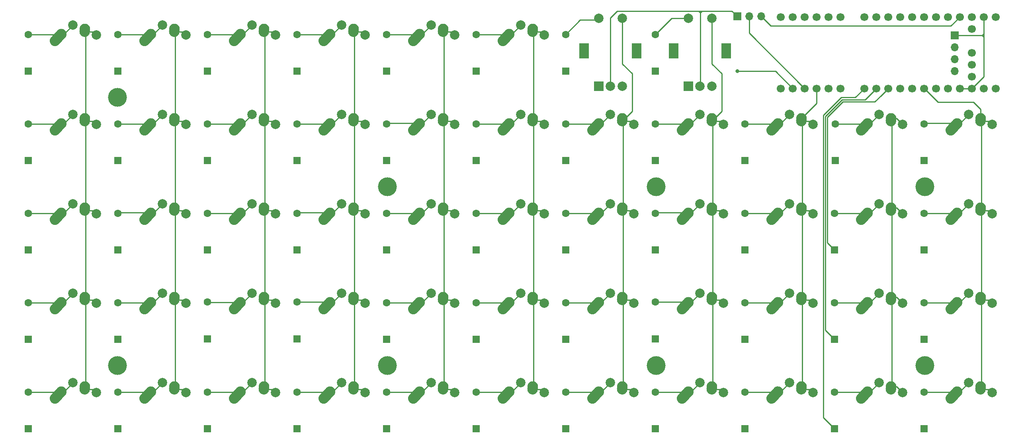
<source format=gbr>
%TF.GenerationSoftware,KiCad,Pcbnew,(5.1.6)-1*%
%TF.CreationDate,2020-06-27T17:36:21-05:00*%
%TF.ProjectId,DTM,44544d2e-6b69-4636-9164-5f7063625858,rev?*%
%TF.SameCoordinates,Original*%
%TF.FileFunction,Copper,L1,Top*%
%TF.FilePolarity,Positive*%
%FSLAX46Y46*%
G04 Gerber Fmt 4.6, Leading zero omitted, Abs format (unit mm)*
G04 Created by KiCad (PCBNEW (5.1.6)-1) date 2020-06-27 17:36:21*
%MOMM*%
%LPD*%
G01*
G04 APERTURE LIST*
%TA.AperFunction,ComponentPad*%
%ADD10C,2.000000*%
%TD*%
%TA.AperFunction,ComponentPad*%
%ADD11C,2.250000*%
%TD*%
%TA.AperFunction,ComponentPad*%
%ADD12C,4.000000*%
%TD*%
%TA.AperFunction,ComponentPad*%
%ADD13C,1.700000*%
%TD*%
%TA.AperFunction,ComponentPad*%
%ADD14O,1.700000X1.700000*%
%TD*%
%TA.AperFunction,ComponentPad*%
%ADD15R,1.700000X1.700000*%
%TD*%
%TA.AperFunction,ComponentPad*%
%ADD16R,1.600000X1.600000*%
%TD*%
%TA.AperFunction,ComponentPad*%
%ADD17C,1.600000*%
%TD*%
%TA.AperFunction,ComponentPad*%
%ADD18R,2.000000X2.000000*%
%TD*%
%TA.AperFunction,WasherPad*%
%ADD19R,2.000000X3.200000*%
%TD*%
%TA.AperFunction,ViaPad*%
%ADD20C,0.800000*%
%TD*%
%TA.AperFunction,Conductor*%
%ADD21C,0.250000*%
%TD*%
G04 APERTURE END LIST*
D10*
%TO.P,K34,2*%
%TO.N,Net-(D34-Pad2)*%
X107156250Y-79825000D03*
%TO.P,K34,1*%
%TO.N,COL4*%
X112156250Y-81925000D03*
D11*
%TO.P,K34,2*%
%TO.N,Net-(D34-Pad2)*%
X104656250Y-81725000D03*
%TA.AperFunction,ComponentPad*%
G36*
G01*
X102594938Y-84022351D02*
X102594938Y-84022350D01*
G75*
G02*
X102508900Y-82433688I751312J837350D01*
G01*
X103818890Y-80973680D01*
G75*
G02*
X105407552Y-80887642I837350J-751312D01*
G01*
X105407552Y-80887642D01*
G75*
G02*
X105493590Y-82476304I-751312J-837350D01*
G01*
X104183600Y-83936312D01*
G75*
G02*
X102594938Y-84022350I-837350J751312D01*
G01*
G37*
%TD.AperFunction*%
%TO.P,K34,1*%
%TO.N,COL4*%
X109696250Y-80645000D03*
%TA.AperFunction,ComponentPad*%
G36*
G01*
X109579733Y-82347395D02*
X109579733Y-82347395D01*
G75*
G02*
X108533855Y-81148483I76517J1122395D01*
G01*
X108573397Y-80568451D01*
G75*
G02*
X109772309Y-79522573I1122395J-76517D01*
G01*
X109772309Y-79522573D01*
G75*
G02*
X110818187Y-80721485I-76517J-1122395D01*
G01*
X110778645Y-81301517D01*
G75*
G02*
X109579733Y-82347395I-1122395J76517D01*
G01*
G37*
%TD.AperFunction*%
%TD*%
D10*
%TO.P,K14,2*%
%TO.N,Net-(D14-Pad2)*%
X145256250Y-41725000D03*
%TO.P,K14,1*%
%TO.N,COL6*%
X150256250Y-43825000D03*
D11*
%TO.P,K14,2*%
%TO.N,Net-(D14-Pad2)*%
X142756250Y-43625000D03*
%TA.AperFunction,ComponentPad*%
G36*
G01*
X140694938Y-45922351D02*
X140694938Y-45922350D01*
G75*
G02*
X140608900Y-44333688I751312J837350D01*
G01*
X141918890Y-42873680D01*
G75*
G02*
X143507552Y-42787642I837350J-751312D01*
G01*
X143507552Y-42787642D01*
G75*
G02*
X143593590Y-44376304I-751312J-837350D01*
G01*
X142283600Y-45836312D01*
G75*
G02*
X140694938Y-45922350I-837350J751312D01*
G01*
G37*
%TD.AperFunction*%
%TO.P,K14,1*%
%TO.N,COL6*%
X147796250Y-42545000D03*
%TA.AperFunction,ComponentPad*%
G36*
G01*
X147679733Y-44247395D02*
X147679733Y-44247395D01*
G75*
G02*
X146633855Y-43048483I76517J1122395D01*
G01*
X146673397Y-42468451D01*
G75*
G02*
X147872309Y-41422573I1122395J-76517D01*
G01*
X147872309Y-41422573D01*
G75*
G02*
X148918187Y-42621485I-76517J-1122395D01*
G01*
X148878645Y-43201517D01*
G75*
G02*
X147679733Y-44247395I-1122395J76517D01*
G01*
G37*
%TD.AperFunction*%
%TD*%
D12*
%TO.P,H8,1*%
%TO.N,N/C*%
X173990000Y-95250000D03*
%TD*%
%TO.P,H7,1*%
%TO.N,N/C*%
X173990000Y-57150000D03*
%TD*%
%TO.P,H6,1*%
%TO.N,N/C*%
X116840000Y-95250000D03*
%TD*%
%TO.P,H5,1*%
%TO.N,N/C*%
X116840000Y-57150000D03*
%TD*%
%TO.P,H4,1*%
%TO.N,N/C*%
X231140000Y-57150000D03*
%TD*%
%TO.P,H3,1*%
%TO.N,N/C*%
X231140000Y-95250000D03*
%TD*%
%TO.P,H2,1*%
%TO.N,N/C*%
X59436000Y-38100000D03*
%TD*%
%TO.P,H1,1*%
%TO.N,N/C*%
X59436000Y-95250000D03*
%TD*%
D10*
%TO.P,K18,2*%
%TO.N,Net-(D18-Pad2)*%
X221456250Y-41725000D03*
%TO.P,K18,1*%
%TO.N,COL10*%
X226456250Y-43825000D03*
D11*
%TO.P,K18,2*%
%TO.N,Net-(D18-Pad2)*%
X218956250Y-43625000D03*
%TA.AperFunction,ComponentPad*%
G36*
G01*
X216894938Y-45922351D02*
X216894938Y-45922350D01*
G75*
G02*
X216808900Y-44333688I751312J837350D01*
G01*
X218118890Y-42873680D01*
G75*
G02*
X219707552Y-42787642I837350J-751312D01*
G01*
X219707552Y-42787642D01*
G75*
G02*
X219793590Y-44376304I-751312J-837350D01*
G01*
X218483600Y-45836312D01*
G75*
G02*
X216894938Y-45922350I-837350J751312D01*
G01*
G37*
%TD.AperFunction*%
%TO.P,K18,1*%
%TO.N,COL10*%
X223996250Y-42545000D03*
%TA.AperFunction,ComponentPad*%
G36*
G01*
X223879733Y-44247395D02*
X223879733Y-44247395D01*
G75*
G02*
X222833855Y-43048483I76517J1122395D01*
G01*
X222873397Y-42468451D01*
G75*
G02*
X224072309Y-41422573I1122395J-76517D01*
G01*
X224072309Y-41422573D01*
G75*
G02*
X225118187Y-42621485I-76517J-1122395D01*
G01*
X225078645Y-43201517D01*
G75*
G02*
X223879733Y-44247395I-1122395J76517D01*
G01*
G37*
%TD.AperFunction*%
%TD*%
D13*
%TO.P,U1,5V*%
%TO.N,N/C*%
X246231250Y-20960000D03*
%TO.P,U1,A10*%
X243691250Y-36175000D03*
%TO.P,U1,A9*%
X246231250Y-36175000D03*
%TO.P,U1,D+*%
X241151250Y-33635000D03*
%TO.P,U1,GND*%
%TO.N,GND*%
X241151250Y-36175000D03*
X238611250Y-36175000D03*
%TO.P,U1,B7*%
%TO.N,OLEDSDA*%
X236071250Y-36175000D03*
%TO.P,U1,B6*%
%TO.N,OLEDSCK*%
X233531250Y-36175000D03*
%TO.P,U1,D-*%
%TO.N,N/C*%
X241151250Y-31095000D03*
%TO.P,U1,CHRG*%
X241151250Y-28555000D03*
%TO.P,U1,B5*%
%TO.N,COL11*%
X230991250Y-36175000D03*
%TO.P,U1,B4*%
%TO.N,ROW2*%
X228451250Y-36175000D03*
%TO.P,U1,B3*%
%TO.N,COL10*%
X225911250Y-36175000D03*
%TO.P,U1,B2*%
%TO.N,ROW3*%
X223371250Y-36175000D03*
%TO.P,U1,B1*%
%TO.N,ROW4*%
X220831250Y-36175000D03*
%TO.P,U1,B0*%
%TO.N,ROW5*%
X218291250Y-36175000D03*
%TO.P,U1,A5*%
%TO.N,N/C*%
X210671250Y-36175000D03*
%TO.P,U1,A7*%
%TO.N,RGB*%
X205591250Y-36175000D03*
%TO.P,U1,A8*%
%TO.N,ROW1*%
X203051250Y-36175000D03*
%TO.P,U1,A6*%
%TO.N,COL9*%
X208131250Y-36175000D03*
%TO.P,U1,A15*%
%TO.N,COL8*%
X200511250Y-36175000D03*
%TO.P,U1,A4*%
%TO.N,N/C*%
X213211250Y-36175000D03*
%TO.P,U1,GND*%
%TO.N,GND*%
X243691250Y-20960000D03*
%TO.P,U1,DFU*%
%TO.N,N/C*%
X241151250Y-20960000D03*
%TO.P,U1,A2*%
%TO.N,COL7*%
X236071250Y-20960000D03*
%TO.P,U1,A3|5v*%
%TO.N,N/C*%
X241151250Y-23500000D03*
%TO.P,U1,3.3V*%
%TO.N,VCC*%
X238611250Y-20960000D03*
%TO.P,U1,A1*%
%TO.N,COL6*%
X233531250Y-20960000D03*
%TO.P,U1,A0*%
%TO.N,COL5*%
X230991250Y-20960000D03*
%TO.P,U1,B8*%
%TO.N,COL4*%
X228451250Y-20960000D03*
%TO.P,U1,B14*%
%TO.N,COL2*%
X223371250Y-20960000D03*
%TO.P,U1,B15*%
%TO.N,COL1*%
X220831250Y-20960000D03*
%TO.P,U1,B13*%
%TO.N,COL3*%
X225911250Y-20960000D03*
%TO.P,U1,B9*%
%TO.N,R2B*%
X218291250Y-20960000D03*
%TO.P,U1,B11*%
%TO.N,R1B*%
X210671250Y-20960000D03*
%TO.P,U1,B10*%
%TO.N,R2A*%
X213211250Y-20960000D03*
%TO.P,U1,A14*%
%TO.N,N/C*%
X205591250Y-20960000D03*
%TO.P,U1,B12*%
%TO.N,R1A*%
X208131250Y-20960000D03*
%TO.P,U1,A13*%
%TO.N,N/C*%
X203051250Y-20960000D03*
%TO.P,U1,RST*%
X200511250Y-20960000D03*
%TD*%
D14*
%TO.P,RGB1,3*%
%TO.N,VCC*%
X196342000Y-20828000D03*
%TO.P,RGB1,2*%
%TO.N,RGB*%
X193802000Y-20828000D03*
D15*
%TO.P,RGB1,1*%
%TO.N,GND*%
X191262000Y-20828000D03*
%TD*%
D10*
%TO.P,K52,2*%
%TO.N,Net-(D52-Pad2)*%
X240506250Y-98875000D03*
%TO.P,K52,1*%
%TO.N,COL11*%
X245506250Y-100975000D03*
D11*
%TO.P,K52,2*%
%TO.N,Net-(D52-Pad2)*%
X238006250Y-100775000D03*
%TA.AperFunction,ComponentPad*%
G36*
G01*
X235944938Y-103072351D02*
X235944938Y-103072350D01*
G75*
G02*
X235858900Y-101483688I751312J837350D01*
G01*
X237168890Y-100023680D01*
G75*
G02*
X238757552Y-99937642I837350J-751312D01*
G01*
X238757552Y-99937642D01*
G75*
G02*
X238843590Y-101526304I-751312J-837350D01*
G01*
X237533600Y-102986312D01*
G75*
G02*
X235944938Y-103072350I-837350J751312D01*
G01*
G37*
%TD.AperFunction*%
%TO.P,K52,1*%
%TO.N,COL11*%
X243046250Y-99695000D03*
%TA.AperFunction,ComponentPad*%
G36*
G01*
X242929733Y-101397395D02*
X242929733Y-101397395D01*
G75*
G02*
X241883855Y-100198483I76517J1122395D01*
G01*
X241923397Y-99618451D01*
G75*
G02*
X243122309Y-98572573I1122395J-76517D01*
G01*
X243122309Y-98572573D01*
G75*
G02*
X244168187Y-99771485I-76517J-1122395D01*
G01*
X244128645Y-100351517D01*
G75*
G02*
X242929733Y-101397395I-1122395J76517D01*
G01*
G37*
%TD.AperFunction*%
%TD*%
D10*
%TO.P,K51,2*%
%TO.N,Net-(D51-Pad2)*%
X221456250Y-98875000D03*
%TO.P,K51,1*%
%TO.N,COL10*%
X226456250Y-100975000D03*
D11*
%TO.P,K51,2*%
%TO.N,Net-(D51-Pad2)*%
X218956250Y-100775000D03*
%TA.AperFunction,ComponentPad*%
G36*
G01*
X216894938Y-103072351D02*
X216894938Y-103072350D01*
G75*
G02*
X216808900Y-101483688I751312J837350D01*
G01*
X218118890Y-100023680D01*
G75*
G02*
X219707552Y-99937642I837350J-751312D01*
G01*
X219707552Y-99937642D01*
G75*
G02*
X219793590Y-101526304I-751312J-837350D01*
G01*
X218483600Y-102986312D01*
G75*
G02*
X216894938Y-103072350I-837350J751312D01*
G01*
G37*
%TD.AperFunction*%
%TO.P,K51,1*%
%TO.N,COL10*%
X223996250Y-99695000D03*
%TA.AperFunction,ComponentPad*%
G36*
G01*
X223879733Y-101397395D02*
X223879733Y-101397395D01*
G75*
G02*
X222833855Y-100198483I76517J1122395D01*
G01*
X222873397Y-99618451D01*
G75*
G02*
X224072309Y-98572573I1122395J-76517D01*
G01*
X224072309Y-98572573D01*
G75*
G02*
X225118187Y-99771485I-76517J-1122395D01*
G01*
X225078645Y-100351517D01*
G75*
G02*
X223879733Y-101397395I-1122395J76517D01*
G01*
G37*
%TD.AperFunction*%
%TD*%
D10*
%TO.P,K50,2*%
%TO.N,Net-(D50-Pad2)*%
X202406250Y-98868751D03*
%TO.P,K50,1*%
%TO.N,COL9*%
X207406250Y-100968751D03*
D11*
%TO.P,K50,2*%
%TO.N,Net-(D50-Pad2)*%
X199906250Y-100768751D03*
%TA.AperFunction,ComponentPad*%
G36*
G01*
X197844938Y-103066102D02*
X197844938Y-103066101D01*
G75*
G02*
X197758900Y-101477439I751312J837350D01*
G01*
X199068890Y-100017431D01*
G75*
G02*
X200657552Y-99931393I837350J-751312D01*
G01*
X200657552Y-99931393D01*
G75*
G02*
X200743590Y-101520055I-751312J-837350D01*
G01*
X199433600Y-102980063D01*
G75*
G02*
X197844938Y-103066101I-837350J751312D01*
G01*
G37*
%TD.AperFunction*%
%TO.P,K50,1*%
%TO.N,COL9*%
X204946250Y-99688751D03*
%TA.AperFunction,ComponentPad*%
G36*
G01*
X204829733Y-101391146D02*
X204829733Y-101391146D01*
G75*
G02*
X203783855Y-100192234I76517J1122395D01*
G01*
X203823397Y-99612202D01*
G75*
G02*
X205022309Y-98566324I1122395J-76517D01*
G01*
X205022309Y-98566324D01*
G75*
G02*
X206068187Y-99765236I-76517J-1122395D01*
G01*
X206028645Y-100345268D01*
G75*
G02*
X204829733Y-101391146I-1122395J76517D01*
G01*
G37*
%TD.AperFunction*%
%TD*%
D10*
%TO.P,K49,2*%
%TO.N,Net-(D49-Pad2)*%
X183356250Y-98875000D03*
%TO.P,K49,1*%
%TO.N,COL8*%
X188356250Y-100975000D03*
D11*
%TO.P,K49,2*%
%TO.N,Net-(D49-Pad2)*%
X180856250Y-100775000D03*
%TA.AperFunction,ComponentPad*%
G36*
G01*
X178794938Y-103072351D02*
X178794938Y-103072350D01*
G75*
G02*
X178708900Y-101483688I751312J837350D01*
G01*
X180018890Y-100023680D01*
G75*
G02*
X181607552Y-99937642I837350J-751312D01*
G01*
X181607552Y-99937642D01*
G75*
G02*
X181693590Y-101526304I-751312J-837350D01*
G01*
X180383600Y-102986312D01*
G75*
G02*
X178794938Y-103072350I-837350J751312D01*
G01*
G37*
%TD.AperFunction*%
%TO.P,K49,1*%
%TO.N,COL8*%
X185896250Y-99695000D03*
%TA.AperFunction,ComponentPad*%
G36*
G01*
X185779733Y-101397395D02*
X185779733Y-101397395D01*
G75*
G02*
X184733855Y-100198483I76517J1122395D01*
G01*
X184773397Y-99618451D01*
G75*
G02*
X185972309Y-98572573I1122395J-76517D01*
G01*
X185972309Y-98572573D01*
G75*
G02*
X187018187Y-99771485I-76517J-1122395D01*
G01*
X186978645Y-100351517D01*
G75*
G02*
X185779733Y-101397395I-1122395J76517D01*
G01*
G37*
%TD.AperFunction*%
%TD*%
D10*
%TO.P,K48,2*%
%TO.N,Net-(D48-Pad2)*%
X164306250Y-98875000D03*
%TO.P,K48,1*%
%TO.N,COL7*%
X169306250Y-100975000D03*
D11*
%TO.P,K48,2*%
%TO.N,Net-(D48-Pad2)*%
X161806250Y-100775000D03*
%TA.AperFunction,ComponentPad*%
G36*
G01*
X159744938Y-103072351D02*
X159744938Y-103072350D01*
G75*
G02*
X159658900Y-101483688I751312J837350D01*
G01*
X160968890Y-100023680D01*
G75*
G02*
X162557552Y-99937642I837350J-751312D01*
G01*
X162557552Y-99937642D01*
G75*
G02*
X162643590Y-101526304I-751312J-837350D01*
G01*
X161333600Y-102986312D01*
G75*
G02*
X159744938Y-103072350I-837350J751312D01*
G01*
G37*
%TD.AperFunction*%
%TO.P,K48,1*%
%TO.N,COL7*%
X166846250Y-99695000D03*
%TA.AperFunction,ComponentPad*%
G36*
G01*
X166729733Y-101397395D02*
X166729733Y-101397395D01*
G75*
G02*
X165683855Y-100198483I76517J1122395D01*
G01*
X165723397Y-99618451D01*
G75*
G02*
X166922309Y-98572573I1122395J-76517D01*
G01*
X166922309Y-98572573D01*
G75*
G02*
X167968187Y-99771485I-76517J-1122395D01*
G01*
X167928645Y-100351517D01*
G75*
G02*
X166729733Y-101397395I-1122395J76517D01*
G01*
G37*
%TD.AperFunction*%
%TD*%
D10*
%TO.P,K47,2*%
%TO.N,Net-(D47-Pad2)*%
X145256250Y-98875000D03*
%TO.P,K47,1*%
%TO.N,COL6*%
X150256250Y-100975000D03*
D11*
%TO.P,K47,2*%
%TO.N,Net-(D47-Pad2)*%
X142756250Y-100775000D03*
%TA.AperFunction,ComponentPad*%
G36*
G01*
X140694938Y-103072351D02*
X140694938Y-103072350D01*
G75*
G02*
X140608900Y-101483688I751312J837350D01*
G01*
X141918890Y-100023680D01*
G75*
G02*
X143507552Y-99937642I837350J-751312D01*
G01*
X143507552Y-99937642D01*
G75*
G02*
X143593590Y-101526304I-751312J-837350D01*
G01*
X142283600Y-102986312D01*
G75*
G02*
X140694938Y-103072350I-837350J751312D01*
G01*
G37*
%TD.AperFunction*%
%TO.P,K47,1*%
%TO.N,COL6*%
X147796250Y-99695000D03*
%TA.AperFunction,ComponentPad*%
G36*
G01*
X147679733Y-101397395D02*
X147679733Y-101397395D01*
G75*
G02*
X146633855Y-100198483I76517J1122395D01*
G01*
X146673397Y-99618451D01*
G75*
G02*
X147872309Y-98572573I1122395J-76517D01*
G01*
X147872309Y-98572573D01*
G75*
G02*
X148918187Y-99771485I-76517J-1122395D01*
G01*
X148878645Y-100351517D01*
G75*
G02*
X147679733Y-101397395I-1122395J76517D01*
G01*
G37*
%TD.AperFunction*%
%TD*%
D10*
%TO.P,K46,2*%
%TO.N,Net-(D46-Pad2)*%
X126206250Y-98875000D03*
%TO.P,K46,1*%
%TO.N,COL5*%
X131206250Y-100975000D03*
D11*
%TO.P,K46,2*%
%TO.N,Net-(D46-Pad2)*%
X123706250Y-100775000D03*
%TA.AperFunction,ComponentPad*%
G36*
G01*
X121644938Y-103072351D02*
X121644938Y-103072350D01*
G75*
G02*
X121558900Y-101483688I751312J837350D01*
G01*
X122868890Y-100023680D01*
G75*
G02*
X124457552Y-99937642I837350J-751312D01*
G01*
X124457552Y-99937642D01*
G75*
G02*
X124543590Y-101526304I-751312J-837350D01*
G01*
X123233600Y-102986312D01*
G75*
G02*
X121644938Y-103072350I-837350J751312D01*
G01*
G37*
%TD.AperFunction*%
%TO.P,K46,1*%
%TO.N,COL5*%
X128746250Y-99695000D03*
%TA.AperFunction,ComponentPad*%
G36*
G01*
X128629733Y-101397395D02*
X128629733Y-101397395D01*
G75*
G02*
X127583855Y-100198483I76517J1122395D01*
G01*
X127623397Y-99618451D01*
G75*
G02*
X128822309Y-98572573I1122395J-76517D01*
G01*
X128822309Y-98572573D01*
G75*
G02*
X129868187Y-99771485I-76517J-1122395D01*
G01*
X129828645Y-100351517D01*
G75*
G02*
X128629733Y-101397395I-1122395J76517D01*
G01*
G37*
%TD.AperFunction*%
%TD*%
D10*
%TO.P,K45,2*%
%TO.N,Net-(D45-Pad2)*%
X107156250Y-98875000D03*
%TO.P,K45,1*%
%TO.N,COL4*%
X112156250Y-100975000D03*
D11*
%TO.P,K45,2*%
%TO.N,Net-(D45-Pad2)*%
X104656250Y-100775000D03*
%TA.AperFunction,ComponentPad*%
G36*
G01*
X102594938Y-103072351D02*
X102594938Y-103072350D01*
G75*
G02*
X102508900Y-101483688I751312J837350D01*
G01*
X103818890Y-100023680D01*
G75*
G02*
X105407552Y-99937642I837350J-751312D01*
G01*
X105407552Y-99937642D01*
G75*
G02*
X105493590Y-101526304I-751312J-837350D01*
G01*
X104183600Y-102986312D01*
G75*
G02*
X102594938Y-103072350I-837350J751312D01*
G01*
G37*
%TD.AperFunction*%
%TO.P,K45,1*%
%TO.N,COL4*%
X109696250Y-99695000D03*
%TA.AperFunction,ComponentPad*%
G36*
G01*
X109579733Y-101397395D02*
X109579733Y-101397395D01*
G75*
G02*
X108533855Y-100198483I76517J1122395D01*
G01*
X108573397Y-99618451D01*
G75*
G02*
X109772309Y-98572573I1122395J-76517D01*
G01*
X109772309Y-98572573D01*
G75*
G02*
X110818187Y-99771485I-76517J-1122395D01*
G01*
X110778645Y-100351517D01*
G75*
G02*
X109579733Y-101397395I-1122395J76517D01*
G01*
G37*
%TD.AperFunction*%
%TD*%
D10*
%TO.P,K44,2*%
%TO.N,Net-(D44-Pad2)*%
X88106250Y-98875000D03*
%TO.P,K44,1*%
%TO.N,COL3*%
X93106250Y-100975000D03*
D11*
%TO.P,K44,2*%
%TO.N,Net-(D44-Pad2)*%
X85606250Y-100775000D03*
%TA.AperFunction,ComponentPad*%
G36*
G01*
X83544938Y-103072351D02*
X83544938Y-103072350D01*
G75*
G02*
X83458900Y-101483688I751312J837350D01*
G01*
X84768890Y-100023680D01*
G75*
G02*
X86357552Y-99937642I837350J-751312D01*
G01*
X86357552Y-99937642D01*
G75*
G02*
X86443590Y-101526304I-751312J-837350D01*
G01*
X85133600Y-102986312D01*
G75*
G02*
X83544938Y-103072350I-837350J751312D01*
G01*
G37*
%TD.AperFunction*%
%TO.P,K44,1*%
%TO.N,COL3*%
X90646250Y-99695000D03*
%TA.AperFunction,ComponentPad*%
G36*
G01*
X90529733Y-101397395D02*
X90529733Y-101397395D01*
G75*
G02*
X89483855Y-100198483I76517J1122395D01*
G01*
X89523397Y-99618451D01*
G75*
G02*
X90722309Y-98572573I1122395J-76517D01*
G01*
X90722309Y-98572573D01*
G75*
G02*
X91768187Y-99771485I-76517J-1122395D01*
G01*
X91728645Y-100351517D01*
G75*
G02*
X90529733Y-101397395I-1122395J76517D01*
G01*
G37*
%TD.AperFunction*%
%TD*%
D10*
%TO.P,K43,2*%
%TO.N,Net-(D43-Pad2)*%
X69056250Y-98875000D03*
%TO.P,K43,1*%
%TO.N,COL2*%
X74056250Y-100975000D03*
D11*
%TO.P,K43,2*%
%TO.N,Net-(D43-Pad2)*%
X66556250Y-100775000D03*
%TA.AperFunction,ComponentPad*%
G36*
G01*
X64494938Y-103072351D02*
X64494938Y-103072350D01*
G75*
G02*
X64408900Y-101483688I751312J837350D01*
G01*
X65718890Y-100023680D01*
G75*
G02*
X67307552Y-99937642I837350J-751312D01*
G01*
X67307552Y-99937642D01*
G75*
G02*
X67393590Y-101526304I-751312J-837350D01*
G01*
X66083600Y-102986312D01*
G75*
G02*
X64494938Y-103072350I-837350J751312D01*
G01*
G37*
%TD.AperFunction*%
%TO.P,K43,1*%
%TO.N,COL2*%
X71596250Y-99695000D03*
%TA.AperFunction,ComponentPad*%
G36*
G01*
X71479733Y-101397395D02*
X71479733Y-101397395D01*
G75*
G02*
X70433855Y-100198483I76517J1122395D01*
G01*
X70473397Y-99618451D01*
G75*
G02*
X71672309Y-98572573I1122395J-76517D01*
G01*
X71672309Y-98572573D01*
G75*
G02*
X72718187Y-99771485I-76517J-1122395D01*
G01*
X72678645Y-100351517D01*
G75*
G02*
X71479733Y-101397395I-1122395J76517D01*
G01*
G37*
%TD.AperFunction*%
%TD*%
D10*
%TO.P,K42,2*%
%TO.N,Net-(D42-Pad2)*%
X50006250Y-98875000D03*
%TO.P,K42,1*%
%TO.N,COL1*%
X55006250Y-100975000D03*
D11*
%TO.P,K42,2*%
%TO.N,Net-(D42-Pad2)*%
X47506250Y-100775000D03*
%TA.AperFunction,ComponentPad*%
G36*
G01*
X45444938Y-103072351D02*
X45444938Y-103072350D01*
G75*
G02*
X45358900Y-101483688I751312J837350D01*
G01*
X46668890Y-100023680D01*
G75*
G02*
X48257552Y-99937642I837350J-751312D01*
G01*
X48257552Y-99937642D01*
G75*
G02*
X48343590Y-101526304I-751312J-837350D01*
G01*
X47033600Y-102986312D01*
G75*
G02*
X45444938Y-103072350I-837350J751312D01*
G01*
G37*
%TD.AperFunction*%
%TO.P,K42,1*%
%TO.N,COL1*%
X52546250Y-99695000D03*
%TA.AperFunction,ComponentPad*%
G36*
G01*
X52429733Y-101397395D02*
X52429733Y-101397395D01*
G75*
G02*
X51383855Y-100198483I76517J1122395D01*
G01*
X51423397Y-99618451D01*
G75*
G02*
X52622309Y-98572573I1122395J-76517D01*
G01*
X52622309Y-98572573D01*
G75*
G02*
X53668187Y-99771485I-76517J-1122395D01*
G01*
X53628645Y-100351517D01*
G75*
G02*
X52429733Y-101397395I-1122395J76517D01*
G01*
G37*
%TD.AperFunction*%
%TD*%
D10*
%TO.P,K41,2*%
%TO.N,Net-(D41-Pad2)*%
X240506250Y-79825000D03*
%TO.P,K41,1*%
%TO.N,COL11*%
X245506250Y-81925000D03*
D11*
%TO.P,K41,2*%
%TO.N,Net-(D41-Pad2)*%
X238006250Y-81725000D03*
%TA.AperFunction,ComponentPad*%
G36*
G01*
X235944938Y-84022351D02*
X235944938Y-84022350D01*
G75*
G02*
X235858900Y-82433688I751312J837350D01*
G01*
X237168890Y-80973680D01*
G75*
G02*
X238757552Y-80887642I837350J-751312D01*
G01*
X238757552Y-80887642D01*
G75*
G02*
X238843590Y-82476304I-751312J-837350D01*
G01*
X237533600Y-83936312D01*
G75*
G02*
X235944938Y-84022350I-837350J751312D01*
G01*
G37*
%TD.AperFunction*%
%TO.P,K41,1*%
%TO.N,COL11*%
X243046250Y-80645000D03*
%TA.AperFunction,ComponentPad*%
G36*
G01*
X242929733Y-82347395D02*
X242929733Y-82347395D01*
G75*
G02*
X241883855Y-81148483I76517J1122395D01*
G01*
X241923397Y-80568451D01*
G75*
G02*
X243122309Y-79522573I1122395J-76517D01*
G01*
X243122309Y-79522573D01*
G75*
G02*
X244168187Y-80721485I-76517J-1122395D01*
G01*
X244128645Y-81301517D01*
G75*
G02*
X242929733Y-82347395I-1122395J76517D01*
G01*
G37*
%TD.AperFunction*%
%TD*%
D10*
%TO.P,K40,2*%
%TO.N,Net-(D40-Pad2)*%
X221456250Y-79825000D03*
%TO.P,K40,1*%
%TO.N,COL10*%
X226456250Y-81925000D03*
D11*
%TO.P,K40,2*%
%TO.N,Net-(D40-Pad2)*%
X218956250Y-81725000D03*
%TA.AperFunction,ComponentPad*%
G36*
G01*
X216894938Y-84022351D02*
X216894938Y-84022350D01*
G75*
G02*
X216808900Y-82433688I751312J837350D01*
G01*
X218118890Y-80973680D01*
G75*
G02*
X219707552Y-80887642I837350J-751312D01*
G01*
X219707552Y-80887642D01*
G75*
G02*
X219793590Y-82476304I-751312J-837350D01*
G01*
X218483600Y-83936312D01*
G75*
G02*
X216894938Y-84022350I-837350J751312D01*
G01*
G37*
%TD.AperFunction*%
%TO.P,K40,1*%
%TO.N,COL10*%
X223996250Y-80645000D03*
%TA.AperFunction,ComponentPad*%
G36*
G01*
X223879733Y-82347395D02*
X223879733Y-82347395D01*
G75*
G02*
X222833855Y-81148483I76517J1122395D01*
G01*
X222873397Y-80568451D01*
G75*
G02*
X224072309Y-79522573I1122395J-76517D01*
G01*
X224072309Y-79522573D01*
G75*
G02*
X225118187Y-80721485I-76517J-1122395D01*
G01*
X225078645Y-81301517D01*
G75*
G02*
X223879733Y-82347395I-1122395J76517D01*
G01*
G37*
%TD.AperFunction*%
%TD*%
D10*
%TO.P,K39,2*%
%TO.N,Net-(D39-Pad2)*%
X202406250Y-79825000D03*
%TO.P,K39,1*%
%TO.N,COL9*%
X207406250Y-81925000D03*
D11*
%TO.P,K39,2*%
%TO.N,Net-(D39-Pad2)*%
X199906250Y-81725000D03*
%TA.AperFunction,ComponentPad*%
G36*
G01*
X197844938Y-84022351D02*
X197844938Y-84022350D01*
G75*
G02*
X197758900Y-82433688I751312J837350D01*
G01*
X199068890Y-80973680D01*
G75*
G02*
X200657552Y-80887642I837350J-751312D01*
G01*
X200657552Y-80887642D01*
G75*
G02*
X200743590Y-82476304I-751312J-837350D01*
G01*
X199433600Y-83936312D01*
G75*
G02*
X197844938Y-84022350I-837350J751312D01*
G01*
G37*
%TD.AperFunction*%
%TO.P,K39,1*%
%TO.N,COL9*%
X204946250Y-80645000D03*
%TA.AperFunction,ComponentPad*%
G36*
G01*
X204829733Y-82347395D02*
X204829733Y-82347395D01*
G75*
G02*
X203783855Y-81148483I76517J1122395D01*
G01*
X203823397Y-80568451D01*
G75*
G02*
X205022309Y-79522573I1122395J-76517D01*
G01*
X205022309Y-79522573D01*
G75*
G02*
X206068187Y-80721485I-76517J-1122395D01*
G01*
X206028645Y-81301517D01*
G75*
G02*
X204829733Y-82347395I-1122395J76517D01*
G01*
G37*
%TD.AperFunction*%
%TD*%
D10*
%TO.P,K38,2*%
%TO.N,Net-(D38-Pad2)*%
X183356250Y-79825000D03*
%TO.P,K38,1*%
%TO.N,COL8*%
X188356250Y-81925000D03*
D11*
%TO.P,K38,2*%
%TO.N,Net-(D38-Pad2)*%
X180856250Y-81725000D03*
%TA.AperFunction,ComponentPad*%
G36*
G01*
X178794938Y-84022351D02*
X178794938Y-84022350D01*
G75*
G02*
X178708900Y-82433688I751312J837350D01*
G01*
X180018890Y-80973680D01*
G75*
G02*
X181607552Y-80887642I837350J-751312D01*
G01*
X181607552Y-80887642D01*
G75*
G02*
X181693590Y-82476304I-751312J-837350D01*
G01*
X180383600Y-83936312D01*
G75*
G02*
X178794938Y-84022350I-837350J751312D01*
G01*
G37*
%TD.AperFunction*%
%TO.P,K38,1*%
%TO.N,COL8*%
X185896250Y-80645000D03*
%TA.AperFunction,ComponentPad*%
G36*
G01*
X185779733Y-82347395D02*
X185779733Y-82347395D01*
G75*
G02*
X184733855Y-81148483I76517J1122395D01*
G01*
X184773397Y-80568451D01*
G75*
G02*
X185972309Y-79522573I1122395J-76517D01*
G01*
X185972309Y-79522573D01*
G75*
G02*
X187018187Y-80721485I-76517J-1122395D01*
G01*
X186978645Y-81301517D01*
G75*
G02*
X185779733Y-82347395I-1122395J76517D01*
G01*
G37*
%TD.AperFunction*%
%TD*%
D10*
%TO.P,K37,2*%
%TO.N,Net-(D37-Pad2)*%
X164306250Y-79825000D03*
%TO.P,K37,1*%
%TO.N,COL7*%
X169306250Y-81925000D03*
D11*
%TO.P,K37,2*%
%TO.N,Net-(D37-Pad2)*%
X161806250Y-81725000D03*
%TA.AperFunction,ComponentPad*%
G36*
G01*
X159744938Y-84022351D02*
X159744938Y-84022350D01*
G75*
G02*
X159658900Y-82433688I751312J837350D01*
G01*
X160968890Y-80973680D01*
G75*
G02*
X162557552Y-80887642I837350J-751312D01*
G01*
X162557552Y-80887642D01*
G75*
G02*
X162643590Y-82476304I-751312J-837350D01*
G01*
X161333600Y-83936312D01*
G75*
G02*
X159744938Y-84022350I-837350J751312D01*
G01*
G37*
%TD.AperFunction*%
%TO.P,K37,1*%
%TO.N,COL7*%
X166846250Y-80645000D03*
%TA.AperFunction,ComponentPad*%
G36*
G01*
X166729733Y-82347395D02*
X166729733Y-82347395D01*
G75*
G02*
X165683855Y-81148483I76517J1122395D01*
G01*
X165723397Y-80568451D01*
G75*
G02*
X166922309Y-79522573I1122395J-76517D01*
G01*
X166922309Y-79522573D01*
G75*
G02*
X167968187Y-80721485I-76517J-1122395D01*
G01*
X167928645Y-81301517D01*
G75*
G02*
X166729733Y-82347395I-1122395J76517D01*
G01*
G37*
%TD.AperFunction*%
%TD*%
D10*
%TO.P,K36,2*%
%TO.N,Net-(D36-Pad2)*%
X145256250Y-79825000D03*
%TO.P,K36,1*%
%TO.N,COL6*%
X150256250Y-81925000D03*
D11*
%TO.P,K36,2*%
%TO.N,Net-(D36-Pad2)*%
X142756250Y-81725000D03*
%TA.AperFunction,ComponentPad*%
G36*
G01*
X140694938Y-84022351D02*
X140694938Y-84022350D01*
G75*
G02*
X140608900Y-82433688I751312J837350D01*
G01*
X141918890Y-80973680D01*
G75*
G02*
X143507552Y-80887642I837350J-751312D01*
G01*
X143507552Y-80887642D01*
G75*
G02*
X143593590Y-82476304I-751312J-837350D01*
G01*
X142283600Y-83936312D01*
G75*
G02*
X140694938Y-84022350I-837350J751312D01*
G01*
G37*
%TD.AperFunction*%
%TO.P,K36,1*%
%TO.N,COL6*%
X147796250Y-80645000D03*
%TA.AperFunction,ComponentPad*%
G36*
G01*
X147679733Y-82347395D02*
X147679733Y-82347395D01*
G75*
G02*
X146633855Y-81148483I76517J1122395D01*
G01*
X146673397Y-80568451D01*
G75*
G02*
X147872309Y-79522573I1122395J-76517D01*
G01*
X147872309Y-79522573D01*
G75*
G02*
X148918187Y-80721485I-76517J-1122395D01*
G01*
X148878645Y-81301517D01*
G75*
G02*
X147679733Y-82347395I-1122395J76517D01*
G01*
G37*
%TD.AperFunction*%
%TD*%
D10*
%TO.P,K35,2*%
%TO.N,Net-(D35-Pad2)*%
X126206250Y-79825000D03*
%TO.P,K35,1*%
%TO.N,COL5*%
X131206250Y-81925000D03*
D11*
%TO.P,K35,2*%
%TO.N,Net-(D35-Pad2)*%
X123706250Y-81725000D03*
%TA.AperFunction,ComponentPad*%
G36*
G01*
X121644938Y-84022351D02*
X121644938Y-84022350D01*
G75*
G02*
X121558900Y-82433688I751312J837350D01*
G01*
X122868890Y-80973680D01*
G75*
G02*
X124457552Y-80887642I837350J-751312D01*
G01*
X124457552Y-80887642D01*
G75*
G02*
X124543590Y-82476304I-751312J-837350D01*
G01*
X123233600Y-83936312D01*
G75*
G02*
X121644938Y-84022350I-837350J751312D01*
G01*
G37*
%TD.AperFunction*%
%TO.P,K35,1*%
%TO.N,COL5*%
X128746250Y-80645000D03*
%TA.AperFunction,ComponentPad*%
G36*
G01*
X128629733Y-82347395D02*
X128629733Y-82347395D01*
G75*
G02*
X127583855Y-81148483I76517J1122395D01*
G01*
X127623397Y-80568451D01*
G75*
G02*
X128822309Y-79522573I1122395J-76517D01*
G01*
X128822309Y-79522573D01*
G75*
G02*
X129868187Y-80721485I-76517J-1122395D01*
G01*
X129828645Y-81301517D01*
G75*
G02*
X128629733Y-82347395I-1122395J76517D01*
G01*
G37*
%TD.AperFunction*%
%TD*%
D10*
%TO.P,K33,2*%
%TO.N,Net-(D33-Pad2)*%
X88106250Y-79825000D03*
%TO.P,K33,1*%
%TO.N,COL3*%
X93106250Y-81925000D03*
D11*
%TO.P,K33,2*%
%TO.N,Net-(D33-Pad2)*%
X85606250Y-81725000D03*
%TA.AperFunction,ComponentPad*%
G36*
G01*
X83544938Y-84022351D02*
X83544938Y-84022350D01*
G75*
G02*
X83458900Y-82433688I751312J837350D01*
G01*
X84768890Y-80973680D01*
G75*
G02*
X86357552Y-80887642I837350J-751312D01*
G01*
X86357552Y-80887642D01*
G75*
G02*
X86443590Y-82476304I-751312J-837350D01*
G01*
X85133600Y-83936312D01*
G75*
G02*
X83544938Y-84022350I-837350J751312D01*
G01*
G37*
%TD.AperFunction*%
%TO.P,K33,1*%
%TO.N,COL3*%
X90646250Y-80645000D03*
%TA.AperFunction,ComponentPad*%
G36*
G01*
X90529733Y-82347395D02*
X90529733Y-82347395D01*
G75*
G02*
X89483855Y-81148483I76517J1122395D01*
G01*
X89523397Y-80568451D01*
G75*
G02*
X90722309Y-79522573I1122395J-76517D01*
G01*
X90722309Y-79522573D01*
G75*
G02*
X91768187Y-80721485I-76517J-1122395D01*
G01*
X91728645Y-81301517D01*
G75*
G02*
X90529733Y-82347395I-1122395J76517D01*
G01*
G37*
%TD.AperFunction*%
%TD*%
D10*
%TO.P,K32,2*%
%TO.N,Net-(D32-Pad2)*%
X69056250Y-79825000D03*
%TO.P,K32,1*%
%TO.N,COL2*%
X74056250Y-81925000D03*
D11*
%TO.P,K32,2*%
%TO.N,Net-(D32-Pad2)*%
X66556250Y-81725000D03*
%TA.AperFunction,ComponentPad*%
G36*
G01*
X64494938Y-84022351D02*
X64494938Y-84022350D01*
G75*
G02*
X64408900Y-82433688I751312J837350D01*
G01*
X65718890Y-80973680D01*
G75*
G02*
X67307552Y-80887642I837350J-751312D01*
G01*
X67307552Y-80887642D01*
G75*
G02*
X67393590Y-82476304I-751312J-837350D01*
G01*
X66083600Y-83936312D01*
G75*
G02*
X64494938Y-84022350I-837350J751312D01*
G01*
G37*
%TD.AperFunction*%
%TO.P,K32,1*%
%TO.N,COL2*%
X71596250Y-80645000D03*
%TA.AperFunction,ComponentPad*%
G36*
G01*
X71479733Y-82347395D02*
X71479733Y-82347395D01*
G75*
G02*
X70433855Y-81148483I76517J1122395D01*
G01*
X70473397Y-80568451D01*
G75*
G02*
X71672309Y-79522573I1122395J-76517D01*
G01*
X71672309Y-79522573D01*
G75*
G02*
X72718187Y-80721485I-76517J-1122395D01*
G01*
X72678645Y-81301517D01*
G75*
G02*
X71479733Y-82347395I-1122395J76517D01*
G01*
G37*
%TD.AperFunction*%
%TD*%
D10*
%TO.P,K31,2*%
%TO.N,Net-(D31-Pad2)*%
X50006250Y-79825000D03*
%TO.P,K31,1*%
%TO.N,COL1*%
X55006250Y-81925000D03*
D11*
%TO.P,K31,2*%
%TO.N,Net-(D31-Pad2)*%
X47506250Y-81725000D03*
%TA.AperFunction,ComponentPad*%
G36*
G01*
X45444938Y-84022351D02*
X45444938Y-84022350D01*
G75*
G02*
X45358900Y-82433688I751312J837350D01*
G01*
X46668890Y-80973680D01*
G75*
G02*
X48257552Y-80887642I837350J-751312D01*
G01*
X48257552Y-80887642D01*
G75*
G02*
X48343590Y-82476304I-751312J-837350D01*
G01*
X47033600Y-83936312D01*
G75*
G02*
X45444938Y-84022350I-837350J751312D01*
G01*
G37*
%TD.AperFunction*%
%TO.P,K31,1*%
%TO.N,COL1*%
X52546250Y-80645000D03*
%TA.AperFunction,ComponentPad*%
G36*
G01*
X52429733Y-82347395D02*
X52429733Y-82347395D01*
G75*
G02*
X51383855Y-81148483I76517J1122395D01*
G01*
X51423397Y-80568451D01*
G75*
G02*
X52622309Y-79522573I1122395J-76517D01*
G01*
X52622309Y-79522573D01*
G75*
G02*
X53668187Y-80721485I-76517J-1122395D01*
G01*
X53628645Y-81301517D01*
G75*
G02*
X52429733Y-82347395I-1122395J76517D01*
G01*
G37*
%TD.AperFunction*%
%TD*%
D10*
%TO.P,K30,2*%
%TO.N,Net-(D30-Pad2)*%
X240506250Y-60775000D03*
%TO.P,K30,1*%
%TO.N,COL11*%
X245506250Y-62875000D03*
D11*
%TO.P,K30,2*%
%TO.N,Net-(D30-Pad2)*%
X238006250Y-62675000D03*
%TA.AperFunction,ComponentPad*%
G36*
G01*
X235944938Y-64972351D02*
X235944938Y-64972350D01*
G75*
G02*
X235858900Y-63383688I751312J837350D01*
G01*
X237168890Y-61923680D01*
G75*
G02*
X238757552Y-61837642I837350J-751312D01*
G01*
X238757552Y-61837642D01*
G75*
G02*
X238843590Y-63426304I-751312J-837350D01*
G01*
X237533600Y-64886312D01*
G75*
G02*
X235944938Y-64972350I-837350J751312D01*
G01*
G37*
%TD.AperFunction*%
%TO.P,K30,1*%
%TO.N,COL11*%
X243046250Y-61595000D03*
%TA.AperFunction,ComponentPad*%
G36*
G01*
X242929733Y-63297395D02*
X242929733Y-63297395D01*
G75*
G02*
X241883855Y-62098483I76517J1122395D01*
G01*
X241923397Y-61518451D01*
G75*
G02*
X243122309Y-60472573I1122395J-76517D01*
G01*
X243122309Y-60472573D01*
G75*
G02*
X244168187Y-61671485I-76517J-1122395D01*
G01*
X244128645Y-62251517D01*
G75*
G02*
X242929733Y-63297395I-1122395J76517D01*
G01*
G37*
%TD.AperFunction*%
%TD*%
D10*
%TO.P,K29,2*%
%TO.N,Net-(D29-Pad2)*%
X221456250Y-60775000D03*
%TO.P,K29,1*%
%TO.N,COL10*%
X226456250Y-62875000D03*
D11*
%TO.P,K29,2*%
%TO.N,Net-(D29-Pad2)*%
X218956250Y-62675000D03*
%TA.AperFunction,ComponentPad*%
G36*
G01*
X216894938Y-64972351D02*
X216894938Y-64972350D01*
G75*
G02*
X216808900Y-63383688I751312J837350D01*
G01*
X218118890Y-61923680D01*
G75*
G02*
X219707552Y-61837642I837350J-751312D01*
G01*
X219707552Y-61837642D01*
G75*
G02*
X219793590Y-63426304I-751312J-837350D01*
G01*
X218483600Y-64886312D01*
G75*
G02*
X216894938Y-64972350I-837350J751312D01*
G01*
G37*
%TD.AperFunction*%
%TO.P,K29,1*%
%TO.N,COL10*%
X223996250Y-61595000D03*
%TA.AperFunction,ComponentPad*%
G36*
G01*
X223879733Y-63297395D02*
X223879733Y-63297395D01*
G75*
G02*
X222833855Y-62098483I76517J1122395D01*
G01*
X222873397Y-61518451D01*
G75*
G02*
X224072309Y-60472573I1122395J-76517D01*
G01*
X224072309Y-60472573D01*
G75*
G02*
X225118187Y-61671485I-76517J-1122395D01*
G01*
X225078645Y-62251517D01*
G75*
G02*
X223879733Y-63297395I-1122395J76517D01*
G01*
G37*
%TD.AperFunction*%
%TD*%
D10*
%TO.P,K28,2*%
%TO.N,Net-(D28-Pad2)*%
X202406250Y-60775000D03*
%TO.P,K28,1*%
%TO.N,COL9*%
X207406250Y-62875000D03*
D11*
%TO.P,K28,2*%
%TO.N,Net-(D28-Pad2)*%
X199906250Y-62675000D03*
%TA.AperFunction,ComponentPad*%
G36*
G01*
X197844938Y-64972351D02*
X197844938Y-64972350D01*
G75*
G02*
X197758900Y-63383688I751312J837350D01*
G01*
X199068890Y-61923680D01*
G75*
G02*
X200657552Y-61837642I837350J-751312D01*
G01*
X200657552Y-61837642D01*
G75*
G02*
X200743590Y-63426304I-751312J-837350D01*
G01*
X199433600Y-64886312D01*
G75*
G02*
X197844938Y-64972350I-837350J751312D01*
G01*
G37*
%TD.AperFunction*%
%TO.P,K28,1*%
%TO.N,COL9*%
X204946250Y-61595000D03*
%TA.AperFunction,ComponentPad*%
G36*
G01*
X204829733Y-63297395D02*
X204829733Y-63297395D01*
G75*
G02*
X203783855Y-62098483I76517J1122395D01*
G01*
X203823397Y-61518451D01*
G75*
G02*
X205022309Y-60472573I1122395J-76517D01*
G01*
X205022309Y-60472573D01*
G75*
G02*
X206068187Y-61671485I-76517J-1122395D01*
G01*
X206028645Y-62251517D01*
G75*
G02*
X204829733Y-63297395I-1122395J76517D01*
G01*
G37*
%TD.AperFunction*%
%TD*%
D10*
%TO.P,K27,2*%
%TO.N,Net-(D27-Pad2)*%
X183356250Y-60775000D03*
%TO.P,K27,1*%
%TO.N,COL8*%
X188356250Y-62875000D03*
D11*
%TO.P,K27,2*%
%TO.N,Net-(D27-Pad2)*%
X180856250Y-62675000D03*
%TA.AperFunction,ComponentPad*%
G36*
G01*
X178794938Y-64972351D02*
X178794938Y-64972350D01*
G75*
G02*
X178708900Y-63383688I751312J837350D01*
G01*
X180018890Y-61923680D01*
G75*
G02*
X181607552Y-61837642I837350J-751312D01*
G01*
X181607552Y-61837642D01*
G75*
G02*
X181693590Y-63426304I-751312J-837350D01*
G01*
X180383600Y-64886312D01*
G75*
G02*
X178794938Y-64972350I-837350J751312D01*
G01*
G37*
%TD.AperFunction*%
%TO.P,K27,1*%
%TO.N,COL8*%
X185896250Y-61595000D03*
%TA.AperFunction,ComponentPad*%
G36*
G01*
X185779733Y-63297395D02*
X185779733Y-63297395D01*
G75*
G02*
X184733855Y-62098483I76517J1122395D01*
G01*
X184773397Y-61518451D01*
G75*
G02*
X185972309Y-60472573I1122395J-76517D01*
G01*
X185972309Y-60472573D01*
G75*
G02*
X187018187Y-61671485I-76517J-1122395D01*
G01*
X186978645Y-62251517D01*
G75*
G02*
X185779733Y-63297395I-1122395J76517D01*
G01*
G37*
%TD.AperFunction*%
%TD*%
D10*
%TO.P,K26,2*%
%TO.N,Net-(D26-Pad2)*%
X164306250Y-60775000D03*
%TO.P,K26,1*%
%TO.N,COL7*%
X169306250Y-62875000D03*
D11*
%TO.P,K26,2*%
%TO.N,Net-(D26-Pad2)*%
X161806250Y-62675000D03*
%TA.AperFunction,ComponentPad*%
G36*
G01*
X159744938Y-64972351D02*
X159744938Y-64972350D01*
G75*
G02*
X159658900Y-63383688I751312J837350D01*
G01*
X160968890Y-61923680D01*
G75*
G02*
X162557552Y-61837642I837350J-751312D01*
G01*
X162557552Y-61837642D01*
G75*
G02*
X162643590Y-63426304I-751312J-837350D01*
G01*
X161333600Y-64886312D01*
G75*
G02*
X159744938Y-64972350I-837350J751312D01*
G01*
G37*
%TD.AperFunction*%
%TO.P,K26,1*%
%TO.N,COL7*%
X166846250Y-61595000D03*
%TA.AperFunction,ComponentPad*%
G36*
G01*
X166729733Y-63297395D02*
X166729733Y-63297395D01*
G75*
G02*
X165683855Y-62098483I76517J1122395D01*
G01*
X165723397Y-61518451D01*
G75*
G02*
X166922309Y-60472573I1122395J-76517D01*
G01*
X166922309Y-60472573D01*
G75*
G02*
X167968187Y-61671485I-76517J-1122395D01*
G01*
X167928645Y-62251517D01*
G75*
G02*
X166729733Y-63297395I-1122395J76517D01*
G01*
G37*
%TD.AperFunction*%
%TD*%
D10*
%TO.P,K25,2*%
%TO.N,Net-(D25-Pad2)*%
X145256250Y-60775000D03*
%TO.P,K25,1*%
%TO.N,COL6*%
X150256250Y-62875000D03*
D11*
%TO.P,K25,2*%
%TO.N,Net-(D25-Pad2)*%
X142756250Y-62675000D03*
%TA.AperFunction,ComponentPad*%
G36*
G01*
X140694938Y-64972351D02*
X140694938Y-64972350D01*
G75*
G02*
X140608900Y-63383688I751312J837350D01*
G01*
X141918890Y-61923680D01*
G75*
G02*
X143507552Y-61837642I837350J-751312D01*
G01*
X143507552Y-61837642D01*
G75*
G02*
X143593590Y-63426304I-751312J-837350D01*
G01*
X142283600Y-64886312D01*
G75*
G02*
X140694938Y-64972350I-837350J751312D01*
G01*
G37*
%TD.AperFunction*%
%TO.P,K25,1*%
%TO.N,COL6*%
X147796250Y-61595000D03*
%TA.AperFunction,ComponentPad*%
G36*
G01*
X147679733Y-63297395D02*
X147679733Y-63297395D01*
G75*
G02*
X146633855Y-62098483I76517J1122395D01*
G01*
X146673397Y-61518451D01*
G75*
G02*
X147872309Y-60472573I1122395J-76517D01*
G01*
X147872309Y-60472573D01*
G75*
G02*
X148918187Y-61671485I-76517J-1122395D01*
G01*
X148878645Y-62251517D01*
G75*
G02*
X147679733Y-63297395I-1122395J76517D01*
G01*
G37*
%TD.AperFunction*%
%TD*%
D10*
%TO.P,K24,2*%
%TO.N,Net-(D24-Pad2)*%
X126206250Y-60775000D03*
%TO.P,K24,1*%
%TO.N,COL5*%
X131206250Y-62875000D03*
D11*
%TO.P,K24,2*%
%TO.N,Net-(D24-Pad2)*%
X123706250Y-62675000D03*
%TA.AperFunction,ComponentPad*%
G36*
G01*
X121644938Y-64972351D02*
X121644938Y-64972350D01*
G75*
G02*
X121558900Y-63383688I751312J837350D01*
G01*
X122868890Y-61923680D01*
G75*
G02*
X124457552Y-61837642I837350J-751312D01*
G01*
X124457552Y-61837642D01*
G75*
G02*
X124543590Y-63426304I-751312J-837350D01*
G01*
X123233600Y-64886312D01*
G75*
G02*
X121644938Y-64972350I-837350J751312D01*
G01*
G37*
%TD.AperFunction*%
%TO.P,K24,1*%
%TO.N,COL5*%
X128746250Y-61595000D03*
%TA.AperFunction,ComponentPad*%
G36*
G01*
X128629733Y-63297395D02*
X128629733Y-63297395D01*
G75*
G02*
X127583855Y-62098483I76517J1122395D01*
G01*
X127623397Y-61518451D01*
G75*
G02*
X128822309Y-60472573I1122395J-76517D01*
G01*
X128822309Y-60472573D01*
G75*
G02*
X129868187Y-61671485I-76517J-1122395D01*
G01*
X129828645Y-62251517D01*
G75*
G02*
X128629733Y-63297395I-1122395J76517D01*
G01*
G37*
%TD.AperFunction*%
%TD*%
D10*
%TO.P,K23,2*%
%TO.N,Net-(D23-Pad2)*%
X107156250Y-60775000D03*
%TO.P,K23,1*%
%TO.N,COL4*%
X112156250Y-62875000D03*
D11*
%TO.P,K23,2*%
%TO.N,Net-(D23-Pad2)*%
X104656250Y-62675000D03*
%TA.AperFunction,ComponentPad*%
G36*
G01*
X102594938Y-64972351D02*
X102594938Y-64972350D01*
G75*
G02*
X102508900Y-63383688I751312J837350D01*
G01*
X103818890Y-61923680D01*
G75*
G02*
X105407552Y-61837642I837350J-751312D01*
G01*
X105407552Y-61837642D01*
G75*
G02*
X105493590Y-63426304I-751312J-837350D01*
G01*
X104183600Y-64886312D01*
G75*
G02*
X102594938Y-64972350I-837350J751312D01*
G01*
G37*
%TD.AperFunction*%
%TO.P,K23,1*%
%TO.N,COL4*%
X109696250Y-61595000D03*
%TA.AperFunction,ComponentPad*%
G36*
G01*
X109579733Y-63297395D02*
X109579733Y-63297395D01*
G75*
G02*
X108533855Y-62098483I76517J1122395D01*
G01*
X108573397Y-61518451D01*
G75*
G02*
X109772309Y-60472573I1122395J-76517D01*
G01*
X109772309Y-60472573D01*
G75*
G02*
X110818187Y-61671485I-76517J-1122395D01*
G01*
X110778645Y-62251517D01*
G75*
G02*
X109579733Y-63297395I-1122395J76517D01*
G01*
G37*
%TD.AperFunction*%
%TD*%
D10*
%TO.P,K22,2*%
%TO.N,Net-(D22-Pad2)*%
X88106250Y-60775000D03*
%TO.P,K22,1*%
%TO.N,COL3*%
X93106250Y-62875000D03*
D11*
%TO.P,K22,2*%
%TO.N,Net-(D22-Pad2)*%
X85606250Y-62675000D03*
%TA.AperFunction,ComponentPad*%
G36*
G01*
X83544938Y-64972351D02*
X83544938Y-64972350D01*
G75*
G02*
X83458900Y-63383688I751312J837350D01*
G01*
X84768890Y-61923680D01*
G75*
G02*
X86357552Y-61837642I837350J-751312D01*
G01*
X86357552Y-61837642D01*
G75*
G02*
X86443590Y-63426304I-751312J-837350D01*
G01*
X85133600Y-64886312D01*
G75*
G02*
X83544938Y-64972350I-837350J751312D01*
G01*
G37*
%TD.AperFunction*%
%TO.P,K22,1*%
%TO.N,COL3*%
X90646250Y-61595000D03*
%TA.AperFunction,ComponentPad*%
G36*
G01*
X90529733Y-63297395D02*
X90529733Y-63297395D01*
G75*
G02*
X89483855Y-62098483I76517J1122395D01*
G01*
X89523397Y-61518451D01*
G75*
G02*
X90722309Y-60472573I1122395J-76517D01*
G01*
X90722309Y-60472573D01*
G75*
G02*
X91768187Y-61671485I-76517J-1122395D01*
G01*
X91728645Y-62251517D01*
G75*
G02*
X90529733Y-63297395I-1122395J76517D01*
G01*
G37*
%TD.AperFunction*%
%TD*%
D10*
%TO.P,K21,2*%
%TO.N,Net-(D21-Pad2)*%
X69056250Y-60775000D03*
%TO.P,K21,1*%
%TO.N,COL2*%
X74056250Y-62875000D03*
D11*
%TO.P,K21,2*%
%TO.N,Net-(D21-Pad2)*%
X66556250Y-62675000D03*
%TA.AperFunction,ComponentPad*%
G36*
G01*
X64494938Y-64972351D02*
X64494938Y-64972350D01*
G75*
G02*
X64408900Y-63383688I751312J837350D01*
G01*
X65718890Y-61923680D01*
G75*
G02*
X67307552Y-61837642I837350J-751312D01*
G01*
X67307552Y-61837642D01*
G75*
G02*
X67393590Y-63426304I-751312J-837350D01*
G01*
X66083600Y-64886312D01*
G75*
G02*
X64494938Y-64972350I-837350J751312D01*
G01*
G37*
%TD.AperFunction*%
%TO.P,K21,1*%
%TO.N,COL2*%
X71596250Y-61595000D03*
%TA.AperFunction,ComponentPad*%
G36*
G01*
X71479733Y-63297395D02*
X71479733Y-63297395D01*
G75*
G02*
X70433855Y-62098483I76517J1122395D01*
G01*
X70473397Y-61518451D01*
G75*
G02*
X71672309Y-60472573I1122395J-76517D01*
G01*
X71672309Y-60472573D01*
G75*
G02*
X72718187Y-61671485I-76517J-1122395D01*
G01*
X72678645Y-62251517D01*
G75*
G02*
X71479733Y-63297395I-1122395J76517D01*
G01*
G37*
%TD.AperFunction*%
%TD*%
D10*
%TO.P,K20,2*%
%TO.N,Net-(D20-Pad2)*%
X50006250Y-60775000D03*
%TO.P,K20,1*%
%TO.N,COL1*%
X55006250Y-62875000D03*
D11*
%TO.P,K20,2*%
%TO.N,Net-(D20-Pad2)*%
X47506250Y-62675000D03*
%TA.AperFunction,ComponentPad*%
G36*
G01*
X45444938Y-64972351D02*
X45444938Y-64972350D01*
G75*
G02*
X45358900Y-63383688I751312J837350D01*
G01*
X46668890Y-61923680D01*
G75*
G02*
X48257552Y-61837642I837350J-751312D01*
G01*
X48257552Y-61837642D01*
G75*
G02*
X48343590Y-63426304I-751312J-837350D01*
G01*
X47033600Y-64886312D01*
G75*
G02*
X45444938Y-64972350I-837350J751312D01*
G01*
G37*
%TD.AperFunction*%
%TO.P,K20,1*%
%TO.N,COL1*%
X52546250Y-61595000D03*
%TA.AperFunction,ComponentPad*%
G36*
G01*
X52429733Y-63297395D02*
X52429733Y-63297395D01*
G75*
G02*
X51383855Y-62098483I76517J1122395D01*
G01*
X51423397Y-61518451D01*
G75*
G02*
X52622309Y-60472573I1122395J-76517D01*
G01*
X52622309Y-60472573D01*
G75*
G02*
X53668187Y-61671485I-76517J-1122395D01*
G01*
X53628645Y-62251517D01*
G75*
G02*
X52429733Y-63297395I-1122395J76517D01*
G01*
G37*
%TD.AperFunction*%
%TD*%
D10*
%TO.P,K19,2*%
%TO.N,Net-(D19-Pad2)*%
X240506250Y-41725000D03*
%TO.P,K19,1*%
%TO.N,COL11*%
X245506250Y-43825000D03*
D11*
%TO.P,K19,2*%
%TO.N,Net-(D19-Pad2)*%
X238006250Y-43625000D03*
%TA.AperFunction,ComponentPad*%
G36*
G01*
X235944938Y-45922351D02*
X235944938Y-45922350D01*
G75*
G02*
X235858900Y-44333688I751312J837350D01*
G01*
X237168890Y-42873680D01*
G75*
G02*
X238757552Y-42787642I837350J-751312D01*
G01*
X238757552Y-42787642D01*
G75*
G02*
X238843590Y-44376304I-751312J-837350D01*
G01*
X237533600Y-45836312D01*
G75*
G02*
X235944938Y-45922350I-837350J751312D01*
G01*
G37*
%TD.AperFunction*%
%TO.P,K19,1*%
%TO.N,COL11*%
X243046250Y-42545000D03*
%TA.AperFunction,ComponentPad*%
G36*
G01*
X242929733Y-44247395D02*
X242929733Y-44247395D01*
G75*
G02*
X241883855Y-43048483I76517J1122395D01*
G01*
X241923397Y-42468451D01*
G75*
G02*
X243122309Y-41422573I1122395J-76517D01*
G01*
X243122309Y-41422573D01*
G75*
G02*
X244168187Y-42621485I-76517J-1122395D01*
G01*
X244128645Y-43201517D01*
G75*
G02*
X242929733Y-44247395I-1122395J76517D01*
G01*
G37*
%TD.AperFunction*%
%TD*%
D10*
%TO.P,K17,2*%
%TO.N,Net-(D17-Pad2)*%
X202406250Y-41725000D03*
%TO.P,K17,1*%
%TO.N,COL9*%
X207406250Y-43825000D03*
D11*
%TO.P,K17,2*%
%TO.N,Net-(D17-Pad2)*%
X199906250Y-43625000D03*
%TA.AperFunction,ComponentPad*%
G36*
G01*
X197844938Y-45922351D02*
X197844938Y-45922350D01*
G75*
G02*
X197758900Y-44333688I751312J837350D01*
G01*
X199068890Y-42873680D01*
G75*
G02*
X200657552Y-42787642I837350J-751312D01*
G01*
X200657552Y-42787642D01*
G75*
G02*
X200743590Y-44376304I-751312J-837350D01*
G01*
X199433600Y-45836312D01*
G75*
G02*
X197844938Y-45922350I-837350J751312D01*
G01*
G37*
%TD.AperFunction*%
%TO.P,K17,1*%
%TO.N,COL9*%
X204946250Y-42545000D03*
%TA.AperFunction,ComponentPad*%
G36*
G01*
X204829733Y-44247395D02*
X204829733Y-44247395D01*
G75*
G02*
X203783855Y-43048483I76517J1122395D01*
G01*
X203823397Y-42468451D01*
G75*
G02*
X205022309Y-41422573I1122395J-76517D01*
G01*
X205022309Y-41422573D01*
G75*
G02*
X206068187Y-42621485I-76517J-1122395D01*
G01*
X206028645Y-43201517D01*
G75*
G02*
X204829733Y-44247395I-1122395J76517D01*
G01*
G37*
%TD.AperFunction*%
%TD*%
D10*
%TO.P,K16,2*%
%TO.N,Net-(D16-Pad2)*%
X183356250Y-41725000D03*
%TO.P,K16,1*%
%TO.N,COL8*%
X188356250Y-43825000D03*
D11*
%TO.P,K16,2*%
%TO.N,Net-(D16-Pad2)*%
X180856250Y-43625000D03*
%TA.AperFunction,ComponentPad*%
G36*
G01*
X178794938Y-45922351D02*
X178794938Y-45922350D01*
G75*
G02*
X178708900Y-44333688I751312J837350D01*
G01*
X180018890Y-42873680D01*
G75*
G02*
X181607552Y-42787642I837350J-751312D01*
G01*
X181607552Y-42787642D01*
G75*
G02*
X181693590Y-44376304I-751312J-837350D01*
G01*
X180383600Y-45836312D01*
G75*
G02*
X178794938Y-45922350I-837350J751312D01*
G01*
G37*
%TD.AperFunction*%
%TO.P,K16,1*%
%TO.N,COL8*%
X185896250Y-42545000D03*
%TA.AperFunction,ComponentPad*%
G36*
G01*
X185779733Y-44247395D02*
X185779733Y-44247395D01*
G75*
G02*
X184733855Y-43048483I76517J1122395D01*
G01*
X184773397Y-42468451D01*
G75*
G02*
X185972309Y-41422573I1122395J-76517D01*
G01*
X185972309Y-41422573D01*
G75*
G02*
X187018187Y-42621485I-76517J-1122395D01*
G01*
X186978645Y-43201517D01*
G75*
G02*
X185779733Y-44247395I-1122395J76517D01*
G01*
G37*
%TD.AperFunction*%
%TD*%
D10*
%TO.P,K15,2*%
%TO.N,Net-(D15-Pad2)*%
X164306250Y-41725000D03*
%TO.P,K15,1*%
%TO.N,COL7*%
X169306250Y-43825000D03*
D11*
%TO.P,K15,2*%
%TO.N,Net-(D15-Pad2)*%
X161806250Y-43625000D03*
%TA.AperFunction,ComponentPad*%
G36*
G01*
X159744938Y-45922351D02*
X159744938Y-45922350D01*
G75*
G02*
X159658900Y-44333688I751312J837350D01*
G01*
X160968890Y-42873680D01*
G75*
G02*
X162557552Y-42787642I837350J-751312D01*
G01*
X162557552Y-42787642D01*
G75*
G02*
X162643590Y-44376304I-751312J-837350D01*
G01*
X161333600Y-45836312D01*
G75*
G02*
X159744938Y-45922350I-837350J751312D01*
G01*
G37*
%TD.AperFunction*%
%TO.P,K15,1*%
%TO.N,COL7*%
X166846250Y-42545000D03*
%TA.AperFunction,ComponentPad*%
G36*
G01*
X166729733Y-44247395D02*
X166729733Y-44247395D01*
G75*
G02*
X165683855Y-43048483I76517J1122395D01*
G01*
X165723397Y-42468451D01*
G75*
G02*
X166922309Y-41422573I1122395J-76517D01*
G01*
X166922309Y-41422573D01*
G75*
G02*
X167968187Y-42621485I-76517J-1122395D01*
G01*
X167928645Y-43201517D01*
G75*
G02*
X166729733Y-44247395I-1122395J76517D01*
G01*
G37*
%TD.AperFunction*%
%TD*%
D10*
%TO.P,K13,2*%
%TO.N,Net-(D13-Pad2)*%
X126206250Y-41725000D03*
%TO.P,K13,1*%
%TO.N,COL5*%
X131206250Y-43825000D03*
D11*
%TO.P,K13,2*%
%TO.N,Net-(D13-Pad2)*%
X123706250Y-43625000D03*
%TA.AperFunction,ComponentPad*%
G36*
G01*
X121644938Y-45922351D02*
X121644938Y-45922350D01*
G75*
G02*
X121558900Y-44333688I751312J837350D01*
G01*
X122868890Y-42873680D01*
G75*
G02*
X124457552Y-42787642I837350J-751312D01*
G01*
X124457552Y-42787642D01*
G75*
G02*
X124543590Y-44376304I-751312J-837350D01*
G01*
X123233600Y-45836312D01*
G75*
G02*
X121644938Y-45922350I-837350J751312D01*
G01*
G37*
%TD.AperFunction*%
%TO.P,K13,1*%
%TO.N,COL5*%
X128746250Y-42545000D03*
%TA.AperFunction,ComponentPad*%
G36*
G01*
X128629733Y-44247395D02*
X128629733Y-44247395D01*
G75*
G02*
X127583855Y-43048483I76517J1122395D01*
G01*
X127623397Y-42468451D01*
G75*
G02*
X128822309Y-41422573I1122395J-76517D01*
G01*
X128822309Y-41422573D01*
G75*
G02*
X129868187Y-42621485I-76517J-1122395D01*
G01*
X129828645Y-43201517D01*
G75*
G02*
X128629733Y-44247395I-1122395J76517D01*
G01*
G37*
%TD.AperFunction*%
%TD*%
D10*
%TO.P,K12,2*%
%TO.N,Net-(D12-Pad2)*%
X107156250Y-41725000D03*
%TO.P,K12,1*%
%TO.N,COL4*%
X112156250Y-43825000D03*
D11*
%TO.P,K12,2*%
%TO.N,Net-(D12-Pad2)*%
X104656250Y-43625000D03*
%TA.AperFunction,ComponentPad*%
G36*
G01*
X102594938Y-45922351D02*
X102594938Y-45922350D01*
G75*
G02*
X102508900Y-44333688I751312J837350D01*
G01*
X103818890Y-42873680D01*
G75*
G02*
X105407552Y-42787642I837350J-751312D01*
G01*
X105407552Y-42787642D01*
G75*
G02*
X105493590Y-44376304I-751312J-837350D01*
G01*
X104183600Y-45836312D01*
G75*
G02*
X102594938Y-45922350I-837350J751312D01*
G01*
G37*
%TD.AperFunction*%
%TO.P,K12,1*%
%TO.N,COL4*%
X109696250Y-42545000D03*
%TA.AperFunction,ComponentPad*%
G36*
G01*
X109579733Y-44247395D02*
X109579733Y-44247395D01*
G75*
G02*
X108533855Y-43048483I76517J1122395D01*
G01*
X108573397Y-42468451D01*
G75*
G02*
X109772309Y-41422573I1122395J-76517D01*
G01*
X109772309Y-41422573D01*
G75*
G02*
X110818187Y-42621485I-76517J-1122395D01*
G01*
X110778645Y-43201517D01*
G75*
G02*
X109579733Y-44247395I-1122395J76517D01*
G01*
G37*
%TD.AperFunction*%
%TD*%
D10*
%TO.P,K11,2*%
%TO.N,Net-(D11-Pad2)*%
X88106250Y-41725000D03*
%TO.P,K11,1*%
%TO.N,COL3*%
X93106250Y-43825000D03*
D11*
%TO.P,K11,2*%
%TO.N,Net-(D11-Pad2)*%
X85606250Y-43625000D03*
%TA.AperFunction,ComponentPad*%
G36*
G01*
X83544938Y-45922351D02*
X83544938Y-45922350D01*
G75*
G02*
X83458900Y-44333688I751312J837350D01*
G01*
X84768890Y-42873680D01*
G75*
G02*
X86357552Y-42787642I837350J-751312D01*
G01*
X86357552Y-42787642D01*
G75*
G02*
X86443590Y-44376304I-751312J-837350D01*
G01*
X85133600Y-45836312D01*
G75*
G02*
X83544938Y-45922350I-837350J751312D01*
G01*
G37*
%TD.AperFunction*%
%TO.P,K11,1*%
%TO.N,COL3*%
X90646250Y-42545000D03*
%TA.AperFunction,ComponentPad*%
G36*
G01*
X90529733Y-44247395D02*
X90529733Y-44247395D01*
G75*
G02*
X89483855Y-43048483I76517J1122395D01*
G01*
X89523397Y-42468451D01*
G75*
G02*
X90722309Y-41422573I1122395J-76517D01*
G01*
X90722309Y-41422573D01*
G75*
G02*
X91768187Y-42621485I-76517J-1122395D01*
G01*
X91728645Y-43201517D01*
G75*
G02*
X90529733Y-44247395I-1122395J76517D01*
G01*
G37*
%TD.AperFunction*%
%TD*%
D10*
%TO.P,K10,2*%
%TO.N,Net-(D10-Pad2)*%
X69056250Y-41725000D03*
%TO.P,K10,1*%
%TO.N,COL2*%
X74056250Y-43825000D03*
D11*
%TO.P,K10,2*%
%TO.N,Net-(D10-Pad2)*%
X66556250Y-43625000D03*
%TA.AperFunction,ComponentPad*%
G36*
G01*
X64494938Y-45922351D02*
X64494938Y-45922350D01*
G75*
G02*
X64408900Y-44333688I751312J837350D01*
G01*
X65718890Y-42873680D01*
G75*
G02*
X67307552Y-42787642I837350J-751312D01*
G01*
X67307552Y-42787642D01*
G75*
G02*
X67393590Y-44376304I-751312J-837350D01*
G01*
X66083600Y-45836312D01*
G75*
G02*
X64494938Y-45922350I-837350J751312D01*
G01*
G37*
%TD.AperFunction*%
%TO.P,K10,1*%
%TO.N,COL2*%
X71596250Y-42545000D03*
%TA.AperFunction,ComponentPad*%
G36*
G01*
X71479733Y-44247395D02*
X71479733Y-44247395D01*
G75*
G02*
X70433855Y-43048483I76517J1122395D01*
G01*
X70473397Y-42468451D01*
G75*
G02*
X71672309Y-41422573I1122395J-76517D01*
G01*
X71672309Y-41422573D01*
G75*
G02*
X72718187Y-42621485I-76517J-1122395D01*
G01*
X72678645Y-43201517D01*
G75*
G02*
X71479733Y-44247395I-1122395J76517D01*
G01*
G37*
%TD.AperFunction*%
%TD*%
D10*
%TO.P,K9,2*%
%TO.N,Net-(D9-Pad2)*%
X50006250Y-41725000D03*
%TO.P,K9,1*%
%TO.N,COL1*%
X55006250Y-43825000D03*
D11*
%TO.P,K9,2*%
%TO.N,Net-(D9-Pad2)*%
X47506250Y-43625000D03*
%TA.AperFunction,ComponentPad*%
G36*
G01*
X45444938Y-45922351D02*
X45444938Y-45922350D01*
G75*
G02*
X45358900Y-44333688I751312J837350D01*
G01*
X46668890Y-42873680D01*
G75*
G02*
X48257552Y-42787642I837350J-751312D01*
G01*
X48257552Y-42787642D01*
G75*
G02*
X48343590Y-44376304I-751312J-837350D01*
G01*
X47033600Y-45836312D01*
G75*
G02*
X45444938Y-45922350I-837350J751312D01*
G01*
G37*
%TD.AperFunction*%
%TO.P,K9,1*%
%TO.N,COL1*%
X52546250Y-42545000D03*
%TA.AperFunction,ComponentPad*%
G36*
G01*
X52429733Y-44247395D02*
X52429733Y-44247395D01*
G75*
G02*
X51383855Y-43048483I76517J1122395D01*
G01*
X51423397Y-42468451D01*
G75*
G02*
X52622309Y-41422573I1122395J-76517D01*
G01*
X52622309Y-41422573D01*
G75*
G02*
X53668187Y-42621485I-76517J-1122395D01*
G01*
X53628645Y-43201517D01*
G75*
G02*
X52429733Y-44247395I-1122395J76517D01*
G01*
G37*
%TD.AperFunction*%
%TD*%
D10*
%TO.P,K6,2*%
%TO.N,Net-(D6-Pad2)*%
X145256250Y-22675000D03*
%TO.P,K6,1*%
%TO.N,COL6*%
X150256250Y-24775000D03*
D11*
%TO.P,K6,2*%
%TO.N,Net-(D6-Pad2)*%
X142756250Y-24575000D03*
%TA.AperFunction,ComponentPad*%
G36*
G01*
X140694938Y-26872351D02*
X140694938Y-26872350D01*
G75*
G02*
X140608900Y-25283688I751312J837350D01*
G01*
X141918890Y-23823680D01*
G75*
G02*
X143507552Y-23737642I837350J-751312D01*
G01*
X143507552Y-23737642D01*
G75*
G02*
X143593590Y-25326304I-751312J-837350D01*
G01*
X142283600Y-26786312D01*
G75*
G02*
X140694938Y-26872350I-837350J751312D01*
G01*
G37*
%TD.AperFunction*%
%TO.P,K6,1*%
%TO.N,COL6*%
X147796250Y-23495000D03*
%TA.AperFunction,ComponentPad*%
G36*
G01*
X147679733Y-25197395D02*
X147679733Y-25197395D01*
G75*
G02*
X146633855Y-23998483I76517J1122395D01*
G01*
X146673397Y-23418451D01*
G75*
G02*
X147872309Y-22372573I1122395J-76517D01*
G01*
X147872309Y-22372573D01*
G75*
G02*
X148918187Y-23571485I-76517J-1122395D01*
G01*
X148878645Y-24151517D01*
G75*
G02*
X147679733Y-25197395I-1122395J76517D01*
G01*
G37*
%TD.AperFunction*%
%TD*%
D10*
%TO.P,K5,2*%
%TO.N,Net-(D5-Pad2)*%
X126206250Y-22675000D03*
%TO.P,K5,1*%
%TO.N,COL5*%
X131206250Y-24775000D03*
D11*
%TO.P,K5,2*%
%TO.N,Net-(D5-Pad2)*%
X123706250Y-24575000D03*
%TA.AperFunction,ComponentPad*%
G36*
G01*
X121644938Y-26872351D02*
X121644938Y-26872350D01*
G75*
G02*
X121558900Y-25283688I751312J837350D01*
G01*
X122868890Y-23823680D01*
G75*
G02*
X124457552Y-23737642I837350J-751312D01*
G01*
X124457552Y-23737642D01*
G75*
G02*
X124543590Y-25326304I-751312J-837350D01*
G01*
X123233600Y-26786312D01*
G75*
G02*
X121644938Y-26872350I-837350J751312D01*
G01*
G37*
%TD.AperFunction*%
%TO.P,K5,1*%
%TO.N,COL5*%
X128746250Y-23495000D03*
%TA.AperFunction,ComponentPad*%
G36*
G01*
X128629733Y-25197395D02*
X128629733Y-25197395D01*
G75*
G02*
X127583855Y-23998483I76517J1122395D01*
G01*
X127623397Y-23418451D01*
G75*
G02*
X128822309Y-22372573I1122395J-76517D01*
G01*
X128822309Y-22372573D01*
G75*
G02*
X129868187Y-23571485I-76517J-1122395D01*
G01*
X129828645Y-24151517D01*
G75*
G02*
X128629733Y-25197395I-1122395J76517D01*
G01*
G37*
%TD.AperFunction*%
%TD*%
D10*
%TO.P,K4,2*%
%TO.N,Net-(D4-Pad2)*%
X107156250Y-22675000D03*
%TO.P,K4,1*%
%TO.N,COL4*%
X112156250Y-24775000D03*
D11*
%TO.P,K4,2*%
%TO.N,Net-(D4-Pad2)*%
X104656250Y-24575000D03*
%TA.AperFunction,ComponentPad*%
G36*
G01*
X102594938Y-26872351D02*
X102594938Y-26872350D01*
G75*
G02*
X102508900Y-25283688I751312J837350D01*
G01*
X103818890Y-23823680D01*
G75*
G02*
X105407552Y-23737642I837350J-751312D01*
G01*
X105407552Y-23737642D01*
G75*
G02*
X105493590Y-25326304I-751312J-837350D01*
G01*
X104183600Y-26786312D01*
G75*
G02*
X102594938Y-26872350I-837350J751312D01*
G01*
G37*
%TD.AperFunction*%
%TO.P,K4,1*%
%TO.N,COL4*%
X109696250Y-23495000D03*
%TA.AperFunction,ComponentPad*%
G36*
G01*
X109579733Y-25197395D02*
X109579733Y-25197395D01*
G75*
G02*
X108533855Y-23998483I76517J1122395D01*
G01*
X108573397Y-23418451D01*
G75*
G02*
X109772309Y-22372573I1122395J-76517D01*
G01*
X109772309Y-22372573D01*
G75*
G02*
X110818187Y-23571485I-76517J-1122395D01*
G01*
X110778645Y-24151517D01*
G75*
G02*
X109579733Y-25197395I-1122395J76517D01*
G01*
G37*
%TD.AperFunction*%
%TD*%
D10*
%TO.P,K3,2*%
%TO.N,Net-(D3-Pad2)*%
X88106250Y-22675000D03*
%TO.P,K3,1*%
%TO.N,COL3*%
X93106250Y-24775000D03*
D11*
%TO.P,K3,2*%
%TO.N,Net-(D3-Pad2)*%
X85606250Y-24575000D03*
%TA.AperFunction,ComponentPad*%
G36*
G01*
X83544938Y-26872351D02*
X83544938Y-26872350D01*
G75*
G02*
X83458900Y-25283688I751312J837350D01*
G01*
X84768890Y-23823680D01*
G75*
G02*
X86357552Y-23737642I837350J-751312D01*
G01*
X86357552Y-23737642D01*
G75*
G02*
X86443590Y-25326304I-751312J-837350D01*
G01*
X85133600Y-26786312D01*
G75*
G02*
X83544938Y-26872350I-837350J751312D01*
G01*
G37*
%TD.AperFunction*%
%TO.P,K3,1*%
%TO.N,COL3*%
X90646250Y-23495000D03*
%TA.AperFunction,ComponentPad*%
G36*
G01*
X90529733Y-25197395D02*
X90529733Y-25197395D01*
G75*
G02*
X89483855Y-23998483I76517J1122395D01*
G01*
X89523397Y-23418451D01*
G75*
G02*
X90722309Y-22372573I1122395J-76517D01*
G01*
X90722309Y-22372573D01*
G75*
G02*
X91768187Y-23571485I-76517J-1122395D01*
G01*
X91728645Y-24151517D01*
G75*
G02*
X90529733Y-25197395I-1122395J76517D01*
G01*
G37*
%TD.AperFunction*%
%TD*%
D10*
%TO.P,K2,2*%
%TO.N,Net-(D2-Pad2)*%
X69056250Y-22675000D03*
%TO.P,K2,1*%
%TO.N,COL2*%
X74056250Y-24775000D03*
D11*
%TO.P,K2,2*%
%TO.N,Net-(D2-Pad2)*%
X66556250Y-24575000D03*
%TA.AperFunction,ComponentPad*%
G36*
G01*
X64494938Y-26872351D02*
X64494938Y-26872350D01*
G75*
G02*
X64408900Y-25283688I751312J837350D01*
G01*
X65718890Y-23823680D01*
G75*
G02*
X67307552Y-23737642I837350J-751312D01*
G01*
X67307552Y-23737642D01*
G75*
G02*
X67393590Y-25326304I-751312J-837350D01*
G01*
X66083600Y-26786312D01*
G75*
G02*
X64494938Y-26872350I-837350J751312D01*
G01*
G37*
%TD.AperFunction*%
%TO.P,K2,1*%
%TO.N,COL2*%
X71596250Y-23495000D03*
%TA.AperFunction,ComponentPad*%
G36*
G01*
X71479733Y-25197395D02*
X71479733Y-25197395D01*
G75*
G02*
X70433855Y-23998483I76517J1122395D01*
G01*
X70473397Y-23418451D01*
G75*
G02*
X71672309Y-22372573I1122395J-76517D01*
G01*
X71672309Y-22372573D01*
G75*
G02*
X72718187Y-23571485I-76517J-1122395D01*
G01*
X72678645Y-24151517D01*
G75*
G02*
X71479733Y-25197395I-1122395J76517D01*
G01*
G37*
%TD.AperFunction*%
%TD*%
D10*
%TO.P,K1,2*%
%TO.N,Net-(D1-Pad2)*%
X50006250Y-22675000D03*
%TO.P,K1,1*%
%TO.N,COL1*%
X55006250Y-24775000D03*
D11*
%TO.P,K1,2*%
%TO.N,Net-(D1-Pad2)*%
X47506250Y-24575000D03*
%TA.AperFunction,ComponentPad*%
G36*
G01*
X45444938Y-26872351D02*
X45444938Y-26872350D01*
G75*
G02*
X45358900Y-25283688I751312J837350D01*
G01*
X46668890Y-23823680D01*
G75*
G02*
X48257552Y-23737642I837350J-751312D01*
G01*
X48257552Y-23737642D01*
G75*
G02*
X48343590Y-25326304I-751312J-837350D01*
G01*
X47033600Y-26786312D01*
G75*
G02*
X45444938Y-26872350I-837350J751312D01*
G01*
G37*
%TD.AperFunction*%
%TO.P,K1,1*%
%TO.N,COL1*%
X52546250Y-23495000D03*
%TA.AperFunction,ComponentPad*%
G36*
G01*
X52429733Y-25197395D02*
X52429733Y-25197395D01*
G75*
G02*
X51383855Y-23998483I76517J1122395D01*
G01*
X51423397Y-23418451D01*
G75*
G02*
X52622309Y-22372573I1122395J-76517D01*
G01*
X52622309Y-22372573D01*
G75*
G02*
X53668187Y-23571485I-76517J-1122395D01*
G01*
X53628645Y-24151517D01*
G75*
G02*
X52429733Y-25197395I-1122395J76517D01*
G01*
G37*
%TD.AperFunction*%
%TD*%
D14*
%TO.P,O1,4*%
%TO.N,OLEDSDA*%
X237490000Y-32512000D03*
%TO.P,O1,3*%
%TO.N,OLEDSCK*%
X237490000Y-29972000D03*
%TO.P,O1,2*%
%TO.N,VCC*%
X237490000Y-27432000D03*
D15*
%TO.P,O1,1*%
%TO.N,GND*%
X237490000Y-24892000D03*
%TD*%
D16*
%TO.P,D18,1*%
%TO.N,ROW2*%
X212090000Y-51525000D03*
D17*
%TO.P,D18,2*%
%TO.N,Net-(D18-Pad2)*%
X212090000Y-43725000D03*
%TD*%
D16*
%TO.P,D1,1*%
%TO.N,ROW1*%
X40481250Y-32475000D03*
D17*
%TO.P,D1,2*%
%TO.N,Net-(D1-Pad2)*%
X40481250Y-24675000D03*
%TD*%
D16*
%TO.P,D2,1*%
%TO.N,ROW1*%
X59531250Y-32475000D03*
D17*
%TO.P,D2,2*%
%TO.N,Net-(D2-Pad2)*%
X59531250Y-24675000D03*
%TD*%
D16*
%TO.P,D3,1*%
%TO.N,ROW1*%
X78581250Y-32475000D03*
D17*
%TO.P,D3,2*%
%TO.N,Net-(D3-Pad2)*%
X78581250Y-24675000D03*
%TD*%
D16*
%TO.P,D4,1*%
%TO.N,ROW1*%
X97631250Y-32475000D03*
D17*
%TO.P,D4,2*%
%TO.N,Net-(D4-Pad2)*%
X97631250Y-24675000D03*
%TD*%
D16*
%TO.P,D5,1*%
%TO.N,ROW1*%
X116681250Y-32475000D03*
D17*
%TO.P,D5,2*%
%TO.N,Net-(D5-Pad2)*%
X116681250Y-24675000D03*
%TD*%
D16*
%TO.P,D6,1*%
%TO.N,ROW1*%
X135731250Y-32475000D03*
D17*
%TO.P,D6,2*%
%TO.N,Net-(D6-Pad2)*%
X135731250Y-24675000D03*
%TD*%
D16*
%TO.P,D7,1*%
%TO.N,ROW1*%
X154781250Y-32475000D03*
D17*
%TO.P,D7,2*%
%TO.N,Net-(D7-Pad2)*%
X154781250Y-24675000D03*
%TD*%
D16*
%TO.P,D8,1*%
%TO.N,ROW1*%
X173831250Y-32475000D03*
D17*
%TO.P,D8,2*%
%TO.N,Net-(D8-Pad2)*%
X173831250Y-24675000D03*
%TD*%
D16*
%TO.P,D9,1*%
%TO.N,ROW2*%
X40481250Y-51525000D03*
D17*
%TO.P,D9,2*%
%TO.N,Net-(D9-Pad2)*%
X40481250Y-43725000D03*
%TD*%
D16*
%TO.P,D10,1*%
%TO.N,ROW2*%
X59531250Y-51525000D03*
D17*
%TO.P,D10,2*%
%TO.N,Net-(D10-Pad2)*%
X59531250Y-43725000D03*
%TD*%
D16*
%TO.P,D11,1*%
%TO.N,ROW2*%
X78581250Y-51525000D03*
D17*
%TO.P,D11,2*%
%TO.N,Net-(D11-Pad2)*%
X78581250Y-43725000D03*
%TD*%
D16*
%TO.P,D12,1*%
%TO.N,ROW2*%
X97631250Y-51525000D03*
D17*
%TO.P,D12,2*%
%TO.N,Net-(D12-Pad2)*%
X97631250Y-43725000D03*
%TD*%
D16*
%TO.P,D13,1*%
%TO.N,ROW2*%
X116681250Y-51525000D03*
D17*
%TO.P,D13,2*%
%TO.N,Net-(D13-Pad2)*%
X116681250Y-43725000D03*
%TD*%
D16*
%TO.P,D14,1*%
%TO.N,ROW2*%
X135731250Y-51525000D03*
D17*
%TO.P,D14,2*%
%TO.N,Net-(D14-Pad2)*%
X135731250Y-43725000D03*
%TD*%
D16*
%TO.P,D15,1*%
%TO.N,ROW2*%
X154781250Y-51525000D03*
D17*
%TO.P,D15,2*%
%TO.N,Net-(D15-Pad2)*%
X154781250Y-43725000D03*
%TD*%
D16*
%TO.P,D16,1*%
%TO.N,ROW2*%
X173831250Y-51525000D03*
D17*
%TO.P,D16,2*%
%TO.N,Net-(D16-Pad2)*%
X173831250Y-43725000D03*
%TD*%
D16*
%TO.P,D17,1*%
%TO.N,ROW2*%
X192881250Y-51525000D03*
D17*
%TO.P,D17,2*%
%TO.N,Net-(D17-Pad2)*%
X192881250Y-43725000D03*
%TD*%
D16*
%TO.P,D19,1*%
%TO.N,ROW2*%
X230981250Y-51525000D03*
D17*
%TO.P,D19,2*%
%TO.N,Net-(D19-Pad2)*%
X230981250Y-43725000D03*
%TD*%
D16*
%TO.P,D20,1*%
%TO.N,ROW3*%
X40481250Y-70575000D03*
D17*
%TO.P,D20,2*%
%TO.N,Net-(D20-Pad2)*%
X40481250Y-62775000D03*
%TD*%
D16*
%TO.P,D21,1*%
%TO.N,ROW3*%
X59531250Y-70575000D03*
D17*
%TO.P,D21,2*%
%TO.N,Net-(D21-Pad2)*%
X59531250Y-62775000D03*
%TD*%
D16*
%TO.P,D22,1*%
%TO.N,ROW3*%
X78581250Y-70575000D03*
D17*
%TO.P,D22,2*%
%TO.N,Net-(D22-Pad2)*%
X78581250Y-62775000D03*
%TD*%
D16*
%TO.P,D23,1*%
%TO.N,ROW3*%
X97631250Y-70575000D03*
D17*
%TO.P,D23,2*%
%TO.N,Net-(D23-Pad2)*%
X97631250Y-62775000D03*
%TD*%
D16*
%TO.P,D24,1*%
%TO.N,ROW3*%
X116681250Y-70575000D03*
D17*
%TO.P,D24,2*%
%TO.N,Net-(D24-Pad2)*%
X116681250Y-62775000D03*
%TD*%
D16*
%TO.P,D25,1*%
%TO.N,ROW3*%
X135731250Y-70575000D03*
D17*
%TO.P,D25,2*%
%TO.N,Net-(D25-Pad2)*%
X135731250Y-62775000D03*
%TD*%
D16*
%TO.P,D26,1*%
%TO.N,ROW3*%
X154781250Y-70575000D03*
D17*
%TO.P,D26,2*%
%TO.N,Net-(D26-Pad2)*%
X154781250Y-62775000D03*
%TD*%
D16*
%TO.P,D27,1*%
%TO.N,ROW3*%
X173831250Y-70575000D03*
D17*
%TO.P,D27,2*%
%TO.N,Net-(D27-Pad2)*%
X173831250Y-62775000D03*
%TD*%
D16*
%TO.P,D28,1*%
%TO.N,ROW3*%
X192881250Y-70575000D03*
D17*
%TO.P,D28,2*%
%TO.N,Net-(D28-Pad2)*%
X192881250Y-62775000D03*
%TD*%
D16*
%TO.P,D29,1*%
%TO.N,ROW3*%
X211931250Y-70575000D03*
D17*
%TO.P,D29,2*%
%TO.N,Net-(D29-Pad2)*%
X211931250Y-62775000D03*
%TD*%
D16*
%TO.P,D30,1*%
%TO.N,ROW3*%
X230981250Y-70575000D03*
D17*
%TO.P,D30,2*%
%TO.N,Net-(D30-Pad2)*%
X230981250Y-62775000D03*
%TD*%
D16*
%TO.P,D31,1*%
%TO.N,ROW4*%
X40481250Y-89625000D03*
D17*
%TO.P,D31,2*%
%TO.N,Net-(D31-Pad2)*%
X40481250Y-81825000D03*
%TD*%
D16*
%TO.P,D32,1*%
%TO.N,ROW4*%
X59531250Y-89625000D03*
D17*
%TO.P,D32,2*%
%TO.N,Net-(D32-Pad2)*%
X59531250Y-81825000D03*
%TD*%
D16*
%TO.P,D33,1*%
%TO.N,ROW4*%
X78581250Y-89506250D03*
D17*
%TO.P,D33,2*%
%TO.N,Net-(D33-Pad2)*%
X78581250Y-81706250D03*
%TD*%
D16*
%TO.P,D34,1*%
%TO.N,ROW4*%
X97631250Y-89506250D03*
D17*
%TO.P,D34,2*%
%TO.N,Net-(D34-Pad2)*%
X97631250Y-81706250D03*
%TD*%
D16*
%TO.P,D35,1*%
%TO.N,ROW4*%
X116681250Y-89625000D03*
D17*
%TO.P,D35,2*%
%TO.N,Net-(D35-Pad2)*%
X116681250Y-81825000D03*
%TD*%
D16*
%TO.P,D36,1*%
%TO.N,ROW4*%
X135731250Y-89625000D03*
D17*
%TO.P,D36,2*%
%TO.N,Net-(D36-Pad2)*%
X135731250Y-81825000D03*
%TD*%
D16*
%TO.P,D37,1*%
%TO.N,ROW4*%
X154781250Y-89625000D03*
D17*
%TO.P,D37,2*%
%TO.N,Net-(D37-Pad2)*%
X154781250Y-81825000D03*
%TD*%
D16*
%TO.P,D38,1*%
%TO.N,ROW4*%
X173831250Y-89506250D03*
D17*
%TO.P,D38,2*%
%TO.N,Net-(D38-Pad2)*%
X173831250Y-81706250D03*
%TD*%
D16*
%TO.P,D39,1*%
%TO.N,ROW4*%
X192881250Y-89625000D03*
D17*
%TO.P,D39,2*%
%TO.N,Net-(D39-Pad2)*%
X192881250Y-81825000D03*
%TD*%
D16*
%TO.P,D40,1*%
%TO.N,ROW4*%
X211931250Y-89625000D03*
D17*
%TO.P,D40,2*%
%TO.N,Net-(D40-Pad2)*%
X211931250Y-81825000D03*
%TD*%
D16*
%TO.P,D41,1*%
%TO.N,ROW4*%
X230981250Y-89625000D03*
D17*
%TO.P,D41,2*%
%TO.N,Net-(D41-Pad2)*%
X230981250Y-81825000D03*
%TD*%
D16*
%TO.P,D42,1*%
%TO.N,ROW5*%
X40481250Y-108675000D03*
D17*
%TO.P,D42,2*%
%TO.N,Net-(D42-Pad2)*%
X40481250Y-100875000D03*
%TD*%
D16*
%TO.P,D43,1*%
%TO.N,ROW5*%
X59531250Y-108675000D03*
D17*
%TO.P,D43,2*%
%TO.N,Net-(D43-Pad2)*%
X59531250Y-100875000D03*
%TD*%
D16*
%TO.P,D44,1*%
%TO.N,ROW5*%
X78581250Y-108675000D03*
D17*
%TO.P,D44,2*%
%TO.N,Net-(D44-Pad2)*%
X78581250Y-100875000D03*
%TD*%
D16*
%TO.P,D45,1*%
%TO.N,ROW5*%
X97631250Y-108675000D03*
D17*
%TO.P,D45,2*%
%TO.N,Net-(D45-Pad2)*%
X97631250Y-100875000D03*
%TD*%
D16*
%TO.P,D46,1*%
%TO.N,ROW5*%
X116681250Y-108675000D03*
D17*
%TO.P,D46,2*%
%TO.N,Net-(D46-Pad2)*%
X116681250Y-100875000D03*
%TD*%
D16*
%TO.P,D47,1*%
%TO.N,ROW5*%
X135731250Y-108675000D03*
D17*
%TO.P,D47,2*%
%TO.N,Net-(D47-Pad2)*%
X135731250Y-100875000D03*
%TD*%
D16*
%TO.P,D48,1*%
%TO.N,ROW5*%
X154781250Y-108675000D03*
D17*
%TO.P,D48,2*%
%TO.N,Net-(D48-Pad2)*%
X154781250Y-100875000D03*
%TD*%
D16*
%TO.P,D49,1*%
%TO.N,ROW5*%
X173831250Y-108675000D03*
D17*
%TO.P,D49,2*%
%TO.N,Net-(D49-Pad2)*%
X173831250Y-100875000D03*
%TD*%
D16*
%TO.P,D50,1*%
%TO.N,ROW5*%
X192881250Y-108675000D03*
D17*
%TO.P,D50,2*%
%TO.N,Net-(D50-Pad2)*%
X192881250Y-100875000D03*
%TD*%
D16*
%TO.P,D51,1*%
%TO.N,ROW5*%
X211931250Y-108675000D03*
D17*
%TO.P,D51,2*%
%TO.N,Net-(D51-Pad2)*%
X211931250Y-100875000D03*
%TD*%
D16*
%TO.P,D52,1*%
%TO.N,ROW5*%
X230981250Y-108675000D03*
D17*
%TO.P,D52,2*%
%TO.N,Net-(D52-Pad2)*%
X230981250Y-100875000D03*
%TD*%
D18*
%TO.P,K7/SW1,A*%
%TO.N,R1A*%
X161806250Y-35694000D03*
D10*
%TO.P,K7/SW1,C*%
%TO.N,GND*%
X164306250Y-35694000D03*
%TO.P,K7/SW1,B*%
%TO.N,R1B*%
X166806250Y-35694000D03*
D19*
%TO.P,K7/SW1,*%
%TO.N,*%
X158706250Y-28194000D03*
X169906250Y-28194000D03*
D10*
%TO.P,K7/SW1,S2*%
%TO.N,Net-(D7-Pad2)*%
X161806250Y-21194000D03*
%TO.P,K7/SW1,S1*%
%TO.N,COL7*%
X166806250Y-21194000D03*
%TD*%
D18*
%TO.P,K8/SW2,A*%
%TO.N,R2A*%
X180856250Y-35694000D03*
D10*
%TO.P,K8/SW2,C*%
%TO.N,GND*%
X183356250Y-35694000D03*
%TO.P,K8/SW2,B*%
%TO.N,R2B*%
X185856250Y-35694000D03*
D19*
%TO.P,K8/SW2,*%
%TO.N,*%
X177756250Y-28194000D03*
X188956250Y-28194000D03*
D10*
%TO.P,K8/SW2,S2*%
%TO.N,Net-(D8-Pad2)*%
X180856250Y-21194000D03*
%TO.P,K8/SW2,S1*%
%TO.N,COL8*%
X185856250Y-21194000D03*
%TD*%
D20*
%TO.N,ROW1*%
X191262000Y-32512004D03*
%TD*%
D21*
%TO.N,Net-(D1-Pad2)*%
X46646250Y-26035000D02*
X46196250Y-26035000D01*
X50006250Y-22675000D02*
X46646250Y-26035000D01*
X47406250Y-24675000D02*
X47506250Y-24575000D01*
X40481250Y-24675000D02*
X47406250Y-24675000D01*
%TO.N,ROW1*%
X203051250Y-36175000D02*
X199388254Y-32512004D01*
X191262184Y-32511820D02*
X191262000Y-32512004D01*
X199388254Y-32512004D02*
X191262000Y-32512004D01*
%TO.N,Net-(D2-Pad2)*%
X66456250Y-24675000D02*
X66556250Y-24575000D01*
X59531250Y-24675000D02*
X66456250Y-24675000D01*
X67156250Y-24575000D02*
X66556250Y-24575000D01*
X69056250Y-22675000D02*
X67156250Y-24575000D01*
%TO.N,Net-(D3-Pad2)*%
X84746250Y-26035000D02*
X88106250Y-22675000D01*
X84296250Y-26035000D02*
X84746250Y-26035000D01*
X85506250Y-24675000D02*
X85606250Y-24575000D01*
X78581250Y-24675000D02*
X85506250Y-24675000D01*
%TO.N,Net-(D4-Pad2)*%
X103796250Y-26035000D02*
X107156250Y-22675000D01*
X103346250Y-26035000D02*
X103796250Y-26035000D01*
X104556250Y-24675000D02*
X104656250Y-24575000D01*
X97631250Y-24675000D02*
X104556250Y-24675000D01*
%TO.N,Net-(D5-Pad2)*%
X123606250Y-24675000D02*
X123706250Y-24575000D01*
X116681250Y-24675000D02*
X123606250Y-24675000D01*
X122846250Y-26035000D02*
X126206250Y-22675000D01*
X122396250Y-26035000D02*
X122846250Y-26035000D01*
%TO.N,Net-(D6-Pad2)*%
X142656250Y-24675000D02*
X142756250Y-24575000D01*
X135731250Y-24675000D02*
X142656250Y-24675000D01*
X141896250Y-26035000D02*
X145256250Y-22675000D01*
X141446250Y-26035000D02*
X141896250Y-26035000D01*
%TO.N,Net-(D7-Pad2)*%
X157881250Y-21575000D02*
X161806250Y-21575000D01*
X154781250Y-24675000D02*
X157881250Y-21575000D01*
%TO.N,Net-(D8-Pad2)*%
X180856250Y-21194000D02*
X180856250Y-21575000D01*
X173831250Y-24675000D02*
X177312250Y-21194000D01*
X177312250Y-21194000D02*
X180856250Y-21194000D01*
%TO.N,Net-(D9-Pad2)*%
X46646250Y-45085000D02*
X46196250Y-45085000D01*
X50006250Y-41725000D02*
X46646250Y-45085000D01*
X47406250Y-43725000D02*
X47506250Y-43625000D01*
X40481250Y-43725000D02*
X47406250Y-43725000D01*
%TO.N,Net-(D10-Pad2)*%
X66456250Y-43725000D02*
X66556250Y-43625000D01*
X59531250Y-43725000D02*
X66456250Y-43725000D01*
X65696250Y-45085000D02*
X65246250Y-45085000D01*
X69056250Y-41725000D02*
X65696250Y-45085000D01*
%TO.N,Net-(D11-Pad2)*%
X85506250Y-43725000D02*
X85606250Y-43625000D01*
X78581250Y-43725000D02*
X85506250Y-43725000D01*
X84746250Y-45085000D02*
X88106250Y-41725000D01*
X84296250Y-45085000D02*
X84746250Y-45085000D01*
%TO.N,Net-(D12-Pad2)*%
X104556250Y-43725000D02*
X104656250Y-43625000D01*
X97631250Y-43725000D02*
X104556250Y-43725000D01*
X103796250Y-45085000D02*
X107156250Y-41725000D01*
X103346250Y-45085000D02*
X103796250Y-45085000D01*
%TO.N,Net-(D13-Pad2)*%
X123687500Y-43606250D02*
X123706250Y-43625000D01*
X116681250Y-43606250D02*
X123687500Y-43606250D01*
X122846250Y-45085000D02*
X126206250Y-41725000D01*
X122396250Y-45085000D02*
X122846250Y-45085000D01*
%TO.N,Net-(D14-Pad2)*%
X142656250Y-43725000D02*
X142756250Y-43625000D01*
X135731250Y-43725000D02*
X142656250Y-43725000D01*
X141896250Y-45085000D02*
X145256250Y-41725000D01*
X141446250Y-45085000D02*
X141896250Y-45085000D01*
%TO.N,Net-(D15-Pad2)*%
X161706250Y-43725000D02*
X161806250Y-43625000D01*
X154781250Y-43725000D02*
X161706250Y-43725000D01*
X160946250Y-45085000D02*
X160496250Y-45085000D01*
X164306250Y-41725000D02*
X160946250Y-45085000D01*
%TO.N,Net-(D16-Pad2)*%
X180756250Y-43725000D02*
X180856250Y-43625000D01*
X173831250Y-43725000D02*
X180756250Y-43725000D01*
X179996250Y-45085000D02*
X183356250Y-41725000D01*
X179546250Y-45085000D02*
X179996250Y-45085000D01*
%TO.N,Net-(D17-Pad2)*%
X199806250Y-43725000D02*
X199906250Y-43625000D01*
X192881250Y-43725000D02*
X199806250Y-43725000D01*
X199046250Y-45085000D02*
X202406250Y-41725000D01*
X198596250Y-45085000D02*
X199046250Y-45085000D01*
%TO.N,Net-(D18-Pad2)*%
X218096250Y-45085000D02*
X221456250Y-41725000D01*
X217646250Y-45085000D02*
X218096250Y-45085000D01*
X218310000Y-44271250D02*
X218956250Y-43625000D01*
X218091250Y-44490000D02*
X218956250Y-43625000D01*
X218856250Y-43725000D02*
X218956250Y-43625000D01*
X212090000Y-43725000D02*
X218856250Y-43725000D01*
%TO.N,Net-(D19-Pad2)*%
X237146250Y-45085000D02*
X240506250Y-41725000D01*
X236696250Y-45085000D02*
X237146250Y-45085000D01*
X237987500Y-43606250D02*
X238006250Y-43625000D01*
X230981250Y-43606250D02*
X237987500Y-43606250D01*
%TO.N,ROW3*%
X221945171Y-37601079D02*
X223371250Y-36175000D01*
X211931250Y-70575000D02*
X210450022Y-69093772D01*
X210450022Y-42279978D02*
X213729979Y-39000021D01*
X213729979Y-39000021D02*
X220546229Y-39000021D01*
X210450022Y-69093772D02*
X210450022Y-42279978D01*
X220546229Y-39000021D02*
X221945171Y-37601079D01*
%TO.N,Net-(D20-Pad2)*%
X46646250Y-64135000D02*
X46196250Y-64135000D01*
X50006250Y-60775000D02*
X46646250Y-64135000D01*
X47406250Y-62775000D02*
X47506250Y-62675000D01*
X40481250Y-62775000D02*
X47406250Y-62775000D01*
%TO.N,Net-(D21-Pad2)*%
X66537500Y-62656250D02*
X66556250Y-62675000D01*
X59531250Y-62656250D02*
X66537500Y-62656250D01*
X65696250Y-64135000D02*
X69056250Y-60775000D01*
X65246250Y-64135000D02*
X65696250Y-64135000D01*
%TO.N,Net-(D22-Pad2)*%
X85506250Y-62775000D02*
X85606250Y-62675000D01*
X78581250Y-62775000D02*
X85506250Y-62775000D01*
X84746250Y-64135000D02*
X84296250Y-64135000D01*
X88106250Y-60775000D02*
X84746250Y-64135000D01*
%TO.N,Net-(D23-Pad2)*%
X104637500Y-62656250D02*
X104656250Y-62675000D01*
X97631250Y-62656250D02*
X104637500Y-62656250D01*
X103796250Y-64135000D02*
X103346250Y-64135000D01*
X107156250Y-60775000D02*
X103796250Y-64135000D01*
%TO.N,Net-(D24-Pad2)*%
X123606250Y-62775000D02*
X123706250Y-62675000D01*
X116681250Y-62775000D02*
X123606250Y-62775000D01*
X122846250Y-64135000D02*
X122396250Y-64135000D01*
X126206250Y-60775000D02*
X122846250Y-64135000D01*
%TO.N,Net-(D25-Pad2)*%
X142656250Y-62775000D02*
X142756250Y-62675000D01*
X135731250Y-62775000D02*
X142656250Y-62775000D01*
X141896250Y-64135000D02*
X141446250Y-64135000D01*
X145256250Y-60775000D02*
X141896250Y-64135000D01*
%TO.N,Net-(D26-Pad2)*%
X161706250Y-62775000D02*
X161806250Y-62675000D01*
X154781250Y-62775000D02*
X161706250Y-62775000D01*
X160946250Y-64135000D02*
X160496250Y-64135000D01*
X164306250Y-60775000D02*
X160946250Y-64135000D01*
%TO.N,Net-(D27-Pad2)*%
X180837500Y-62656250D02*
X180856250Y-62675000D01*
X173831250Y-62656250D02*
X180837500Y-62656250D01*
X179996250Y-64135000D02*
X179546250Y-64135000D01*
X183356250Y-60775000D02*
X179996250Y-64135000D01*
%TO.N,Net-(D28-Pad2)*%
X199806250Y-62775000D02*
X199906250Y-62675000D01*
X192881250Y-62775000D02*
X199806250Y-62775000D01*
X199046250Y-64135000D02*
X202406250Y-60775000D01*
X198596250Y-64135000D02*
X199046250Y-64135000D01*
%TO.N,Net-(D29-Pad2)*%
X218856250Y-62775000D02*
X218956250Y-62675000D01*
X211931250Y-62775000D02*
X218856250Y-62775000D01*
X218096250Y-64135000D02*
X217646250Y-64135000D01*
X221456250Y-60775000D02*
X218096250Y-64135000D01*
%TO.N,Net-(D30-Pad2)*%
X237906250Y-62775000D02*
X238006250Y-62675000D01*
X230981250Y-62775000D02*
X237906250Y-62775000D01*
X237146250Y-64135000D02*
X240506250Y-60775000D01*
X236696250Y-64135000D02*
X237146250Y-64135000D01*
%TO.N,ROW4*%
X210000011Y-87693761D02*
X211931250Y-89625000D01*
X210000011Y-42093578D02*
X210000011Y-87693761D01*
X213543578Y-38550011D02*
X210000011Y-42093578D01*
X220831250Y-36175000D02*
X218456239Y-38550011D01*
X218456239Y-38550011D02*
X213543578Y-38550011D01*
%TO.N,Net-(D31-Pad2)*%
X46646250Y-83185000D02*
X46196250Y-83185000D01*
X50006250Y-79825000D02*
X46646250Y-83185000D01*
X47406250Y-81825000D02*
X47506250Y-81725000D01*
X40481250Y-81825000D02*
X47406250Y-81825000D01*
%TO.N,Net-(D32-Pad2)*%
X66456250Y-81825000D02*
X66556250Y-81725000D01*
X59531250Y-81825000D02*
X66456250Y-81825000D01*
X65696250Y-83185000D02*
X69056250Y-79825000D01*
X65246250Y-83185000D02*
X65696250Y-83185000D01*
%TO.N,Net-(D33-Pad2)*%
X84746250Y-83185000D02*
X84296250Y-83185000D01*
X88106250Y-79825000D02*
X84746250Y-83185000D01*
X78600000Y-81725000D02*
X78581250Y-81706250D01*
X85606250Y-81725000D02*
X78600000Y-81725000D01*
%TO.N,Net-(D34-Pad2)*%
X104637500Y-81706250D02*
X104656250Y-81725000D01*
X97631250Y-81706250D02*
X104637500Y-81706250D01*
X103796250Y-83185000D02*
X103346250Y-83185000D01*
X107156250Y-79825000D02*
X103796250Y-83185000D01*
%TO.N,Net-(D35-Pad2)*%
X123606250Y-81825000D02*
X123706250Y-81725000D01*
X116681250Y-81825000D02*
X123606250Y-81825000D01*
X122846250Y-83185000D02*
X126206250Y-79825000D01*
X122396250Y-83185000D02*
X122846250Y-83185000D01*
%TO.N,Net-(D36-Pad2)*%
X142656250Y-81825000D02*
X142756250Y-81725000D01*
X135731250Y-81825000D02*
X142656250Y-81825000D01*
X141896250Y-83185000D02*
X141446250Y-83185000D01*
X145256250Y-79825000D02*
X141896250Y-83185000D01*
%TO.N,Net-(D37-Pad2)*%
X160946250Y-83185000D02*
X160496250Y-83185000D01*
X164306250Y-79825000D02*
X160946250Y-83185000D01*
X161706250Y-81825000D02*
X161806250Y-81725000D01*
X154781250Y-81825000D02*
X161706250Y-81825000D01*
%TO.N,Net-(D38-Pad2)*%
X180837500Y-81706250D02*
X180856250Y-81725000D01*
X173831250Y-81706250D02*
X180837500Y-81706250D01*
X179996250Y-83185000D02*
X179546250Y-83185000D01*
X183356250Y-79825000D02*
X179996250Y-83185000D01*
%TO.N,Net-(D39-Pad2)*%
X199806250Y-81825000D02*
X199906250Y-81725000D01*
X192881250Y-81825000D02*
X199806250Y-81825000D01*
X199046250Y-83185000D02*
X198596250Y-83185000D01*
X202406250Y-79825000D02*
X199046250Y-83185000D01*
%TO.N,Net-(D40-Pad2)*%
X218856250Y-81825000D02*
X218956250Y-81725000D01*
X211931250Y-81825000D02*
X218856250Y-81825000D01*
X218096250Y-83185000D02*
X221456250Y-79825000D01*
X217646250Y-83185000D02*
X218096250Y-83185000D01*
%TO.N,Net-(D41-Pad2)*%
X237906250Y-81825000D02*
X238006250Y-81725000D01*
X230981250Y-81825000D02*
X237906250Y-81825000D01*
X237146250Y-83185000D02*
X236696250Y-83185000D01*
X240506250Y-79825000D02*
X237146250Y-83185000D01*
%TO.N,ROW5*%
X209550000Y-106293750D02*
X211931250Y-108675000D01*
X213357178Y-38100000D02*
X209550000Y-41907178D01*
X209550000Y-41907178D02*
X209550000Y-106293750D01*
X218291250Y-36175000D02*
X216366250Y-38100000D01*
X216366250Y-38100000D02*
X213357178Y-38100000D01*
%TO.N,Net-(D42-Pad2)*%
X46646250Y-102235000D02*
X46196250Y-102235000D01*
X50006250Y-98875000D02*
X46646250Y-102235000D01*
X47406250Y-100875000D02*
X47506250Y-100775000D01*
X40481250Y-100875000D02*
X47406250Y-100875000D01*
%TO.N,Net-(D43-Pad2)*%
X65696250Y-102235000D02*
X65246250Y-102235000D01*
X69056250Y-98875000D02*
X65696250Y-102235000D01*
X66456250Y-100875000D02*
X66556250Y-100775000D01*
X59531250Y-100875000D02*
X66456250Y-100875000D01*
%TO.N,Net-(D44-Pad2)*%
X85506250Y-100875000D02*
X85606250Y-100775000D01*
X78581250Y-100875000D02*
X85506250Y-100875000D01*
X84746250Y-102235000D02*
X84296250Y-102235000D01*
X88106250Y-98875000D02*
X84746250Y-102235000D01*
%TO.N,Net-(D45-Pad2)*%
X104556250Y-100875000D02*
X104656250Y-100775000D01*
X97631250Y-100875000D02*
X104556250Y-100875000D01*
X103796250Y-102235000D02*
X107156250Y-98875000D01*
X103346250Y-102235000D02*
X103796250Y-102235000D01*
%TO.N,Net-(D46-Pad2)*%
X123606250Y-100875000D02*
X123706250Y-100775000D01*
X116681250Y-100875000D02*
X123606250Y-100875000D01*
X122846250Y-102235000D02*
X126206250Y-98875000D01*
X122396250Y-102235000D02*
X122846250Y-102235000D01*
%TO.N,Net-(D47-Pad2)*%
X142656250Y-100875000D02*
X142756250Y-100775000D01*
X135731250Y-100875000D02*
X142656250Y-100875000D01*
X141896250Y-102235000D02*
X141446250Y-102235000D01*
X145256250Y-98875000D02*
X141896250Y-102235000D01*
%TO.N,Net-(D48-Pad2)*%
X161706250Y-100875000D02*
X161806250Y-100775000D01*
X154781250Y-100875000D02*
X161706250Y-100875000D01*
X160946250Y-102235000D02*
X164306250Y-98875000D01*
X160496250Y-102235000D02*
X160946250Y-102235000D01*
%TO.N,Net-(D49-Pad2)*%
X180756250Y-100875000D02*
X180856250Y-100775000D01*
X173831250Y-100875000D02*
X180756250Y-100875000D01*
X179996250Y-102235000D02*
X183356250Y-98875000D01*
X179546250Y-102235000D02*
X179996250Y-102235000D01*
%TO.N,Net-(D50-Pad2)*%
X199046250Y-102228751D02*
X198596250Y-102228751D01*
X202406250Y-98868751D02*
X199046250Y-102228751D01*
X199800001Y-100875000D02*
X199906250Y-100768751D01*
X192881250Y-100875000D02*
X199800001Y-100875000D01*
%TO.N,Net-(D51-Pad2)*%
X218856250Y-100875000D02*
X218956250Y-100775000D01*
X211931250Y-100875000D02*
X218856250Y-100875000D01*
X218096250Y-102235000D02*
X221456250Y-98875000D01*
X217646250Y-102235000D02*
X218096250Y-102235000D01*
%TO.N,Net-(D52-Pad2)*%
X237906250Y-100875000D02*
X238006250Y-100775000D01*
X230981250Y-100875000D02*
X237906250Y-100875000D01*
X237146250Y-102235000D02*
X236696250Y-102235000D01*
X240506250Y-98875000D02*
X237146250Y-102235000D01*
%TO.N,COL1*%
X54306250Y-81225000D02*
X55006250Y-81925000D01*
X52506250Y-99655000D02*
X52546250Y-99695000D01*
X54306250Y-62175000D02*
X55006250Y-62875000D01*
X52506250Y-100275000D02*
X54306250Y-100275000D01*
X52506250Y-24075000D02*
X54306250Y-24075000D01*
X54306250Y-43125000D02*
X55006250Y-43825000D01*
X54306250Y-100275000D02*
X55006250Y-100975000D01*
X52506250Y-80605000D02*
X52546250Y-80645000D01*
X52506250Y-81225000D02*
X54306250Y-81225000D01*
X52506250Y-61555000D02*
X52546250Y-61595000D01*
X52506250Y-43125000D02*
X54306250Y-43125000D01*
X52506250Y-62175000D02*
X54306250Y-62175000D01*
X54306250Y-24075000D02*
X55006250Y-24775000D01*
X52506250Y-43125000D02*
X52546250Y-43085000D01*
X52506250Y-24075000D02*
X52705000Y-24273750D01*
X52705000Y-42386250D02*
X52546250Y-42545000D01*
X52705000Y-24273750D02*
X52705000Y-42386250D01*
X52705000Y-61976250D02*
X52506250Y-62175000D01*
X52506250Y-43125000D02*
X52705000Y-43323750D01*
X52705000Y-43323750D02*
X52705000Y-61976250D01*
X52705000Y-81026250D02*
X52506250Y-81225000D01*
X52506250Y-62175000D02*
X52705000Y-62373750D01*
X52705000Y-62373750D02*
X52705000Y-81026250D01*
X52705000Y-99536250D02*
X52546250Y-99695000D01*
X52506250Y-81225000D02*
X52705000Y-81423750D01*
X52705000Y-81423750D02*
X52705000Y-99536250D01*
%TO.N,COL2*%
X71556250Y-81225000D02*
X73356250Y-81225000D01*
X73356250Y-43125000D02*
X74056250Y-43825000D01*
X71556250Y-24075000D02*
X73356250Y-24075000D01*
X73356250Y-62175000D02*
X74056250Y-62875000D01*
X73356250Y-24075000D02*
X74056250Y-24775000D01*
X73356250Y-81225000D02*
X74056250Y-81925000D01*
X71556250Y-62175000D02*
X73356250Y-62175000D01*
X73356250Y-100275000D02*
X74056250Y-100975000D01*
X71556250Y-43125000D02*
X73356250Y-43125000D01*
X71556250Y-100275000D02*
X73356250Y-100275000D01*
X71755000Y-42926250D02*
X71556250Y-43125000D01*
X71556250Y-24075000D02*
X71755000Y-24273750D01*
X71755000Y-24273750D02*
X71755000Y-42926250D01*
X71755000Y-61976250D02*
X71556250Y-62175000D01*
X71556250Y-43125000D02*
X71755000Y-43323750D01*
X71755000Y-43323750D02*
X71755000Y-61976250D01*
X71755000Y-81026250D02*
X71556250Y-81225000D01*
X71556250Y-62175000D02*
X71755000Y-62373750D01*
X71755000Y-62373750D02*
X71755000Y-81026250D01*
X71755000Y-99536250D02*
X71596250Y-99695000D01*
X71556250Y-81225000D02*
X71755000Y-81423750D01*
X71755000Y-81423750D02*
X71755000Y-99536250D01*
%TO.N,COL3*%
X92406250Y-24075000D02*
X93106250Y-24775000D01*
X90606250Y-81225000D02*
X92406250Y-81225000D01*
X90606250Y-24075000D02*
X92406250Y-24075000D01*
X92406250Y-43125000D02*
X93106250Y-43825000D01*
X92406250Y-81225000D02*
X93106250Y-81925000D01*
X92406250Y-100275000D02*
X93106250Y-100975000D01*
X92406250Y-62175000D02*
X93106250Y-62875000D01*
X90606250Y-100275000D02*
X92406250Y-100275000D01*
X90606250Y-43125000D02*
X92406250Y-43125000D01*
X90606250Y-62175000D02*
X92406250Y-62175000D01*
X90805000Y-81423750D02*
X90606250Y-81225000D01*
X90606250Y-100275000D02*
X90805000Y-100076250D01*
X90805000Y-100076250D02*
X90805000Y-81423750D01*
X90805000Y-62373750D02*
X90606250Y-62175000D01*
X90606250Y-81225000D02*
X90805000Y-81026250D01*
X90805000Y-81026250D02*
X90805000Y-62373750D01*
X90805000Y-24273750D02*
X90606250Y-24075000D01*
X90606250Y-43125000D02*
X90805000Y-42926250D01*
X90805000Y-42926250D02*
X90805000Y-24273750D01*
X90805000Y-42703750D02*
X90646250Y-42545000D01*
X90606250Y-62175000D02*
X90805000Y-61976250D01*
X90805000Y-61976250D02*
X90805000Y-42703750D01*
%TO.N,COL4*%
X109656250Y-24075000D02*
X111456250Y-24075000D01*
X111456250Y-24075000D02*
X112156250Y-24775000D01*
X111456250Y-100275000D02*
X112156250Y-100975000D01*
X109656250Y-42585000D02*
X109696250Y-42545000D01*
X111456250Y-81225000D02*
X112156250Y-81925000D01*
X109656250Y-100275000D02*
X111456250Y-100275000D01*
X109656250Y-43125000D02*
X111456250Y-43125000D01*
X111456250Y-43125000D02*
X112156250Y-43825000D01*
X109656250Y-62175000D02*
X111456250Y-62175000D01*
X111456250Y-62175000D02*
X112156250Y-62875000D01*
X109656250Y-99655000D02*
X109696250Y-99695000D01*
X109656250Y-81225000D02*
X111456250Y-81225000D01*
X109656250Y-24075000D02*
X109855000Y-24273750D01*
X109855000Y-42926250D02*
X109656250Y-43125000D01*
X109855000Y-24273750D02*
X109855000Y-42926250D01*
X109855000Y-61976250D02*
X109656250Y-62175000D01*
X109656250Y-43125000D02*
X109855000Y-43323750D01*
X109855000Y-43323750D02*
X109855000Y-61976250D01*
X109855000Y-80486250D02*
X109696250Y-80645000D01*
X109656250Y-62175000D02*
X109855000Y-62373750D01*
X109855000Y-62373750D02*
X109855000Y-80486250D01*
X109656250Y-81225000D02*
X109855000Y-81423750D01*
X109855000Y-100076250D02*
X109656250Y-100275000D01*
X109855000Y-81423750D02*
X109855000Y-100076250D01*
%TO.N,COL5*%
X130506250Y-62175000D02*
X131206250Y-62875000D01*
X128706250Y-24075000D02*
X130506250Y-24075000D01*
X130506250Y-43125000D02*
X131206250Y-43825000D01*
X130506250Y-24075000D02*
X131206250Y-24775000D01*
X130506250Y-100275000D02*
X131206250Y-100975000D01*
X128706250Y-62175000D02*
X130506250Y-62175000D01*
X128706250Y-100275000D02*
X130506250Y-100275000D01*
X130506250Y-81225000D02*
X131206250Y-81925000D01*
X128706250Y-80605000D02*
X128746250Y-80645000D01*
X128706250Y-81225000D02*
X130506250Y-81225000D01*
X128706250Y-43125000D02*
X130506250Y-43125000D01*
X128706250Y-42505000D02*
X128746250Y-42545000D01*
X128905000Y-80803750D02*
X128746250Y-80645000D01*
X128706250Y-100275000D02*
X128905000Y-100076250D01*
X128905000Y-100076250D02*
X128905000Y-80803750D01*
X128905000Y-62373750D02*
X128706250Y-62175000D01*
X128706250Y-81225000D02*
X128905000Y-81026250D01*
X128905000Y-81026250D02*
X128905000Y-62373750D01*
X128905000Y-43323750D02*
X128706250Y-43125000D01*
X128706250Y-62175000D02*
X128905000Y-61976250D01*
X128905000Y-61976250D02*
X128905000Y-43323750D01*
X128905000Y-23653750D02*
X128746250Y-23495000D01*
X128706250Y-43125000D02*
X128905000Y-42926250D01*
X128905000Y-42926250D02*
X128905000Y-23653750D01*
%TO.N,COL6*%
X147756250Y-24075000D02*
X147756250Y-23693750D01*
X147756250Y-62175000D02*
X149556250Y-62175000D01*
X149556250Y-100275000D02*
X150256250Y-100975000D01*
X149556250Y-62175000D02*
X150256250Y-62875000D01*
X147756250Y-100275000D02*
X149556250Y-100275000D01*
X147756250Y-24075000D02*
X149556250Y-24075000D01*
X147756250Y-43125000D02*
X149556250Y-43125000D01*
X149556250Y-81225000D02*
X150256250Y-81925000D01*
X147756250Y-81225000D02*
X149556250Y-81225000D01*
X149556250Y-43125000D02*
X150256250Y-43825000D01*
X149556250Y-24075000D02*
X150256250Y-24775000D01*
X147756250Y-42505000D02*
X147796250Y-42545000D01*
X147756250Y-24075000D02*
X147955000Y-24273750D01*
X147955000Y-42926250D02*
X147756250Y-43125000D01*
X147955000Y-24273750D02*
X147955000Y-42926250D01*
X147955000Y-61436250D02*
X147796250Y-61595000D01*
X147756250Y-43125000D02*
X147955000Y-43323750D01*
X147955000Y-43323750D02*
X147955000Y-61436250D01*
X147955000Y-81026250D02*
X147756250Y-81225000D01*
X147756250Y-62175000D02*
X147955000Y-62373750D01*
X147955000Y-62373750D02*
X147955000Y-81026250D01*
X147955000Y-99536250D02*
X147796250Y-99695000D01*
X147756250Y-81225000D02*
X147955000Y-81423750D01*
X147955000Y-81423750D02*
X147955000Y-99536250D01*
%TO.N,COL9*%
X206706250Y-100268751D02*
X207406250Y-100968751D01*
X204906250Y-100268751D02*
X206706250Y-100268751D01*
X206706250Y-81225000D02*
X207406250Y-81925000D01*
X204906250Y-81225000D02*
X206706250Y-81225000D01*
X206706250Y-62175000D02*
X207406250Y-62875000D01*
X204906250Y-62175000D02*
X206706250Y-62175000D01*
X206706250Y-43125000D02*
X207406250Y-43825000D01*
X204906250Y-43125000D02*
X206706250Y-43125000D01*
X208131250Y-39360000D02*
X204946250Y-42545000D01*
X208131250Y-36175000D02*
X208131250Y-39360000D01*
X205105000Y-99530001D02*
X204946250Y-99688751D01*
X204906250Y-81225000D02*
X205105000Y-81423750D01*
X205105000Y-81423750D02*
X205105000Y-99530001D01*
X205105000Y-42703750D02*
X204946250Y-42545000D01*
X204906250Y-62175000D02*
X205105000Y-61976250D01*
X205105000Y-61976250D02*
X205105000Y-42703750D01*
X205105000Y-62373750D02*
X204906250Y-62175000D01*
X204906250Y-81225000D02*
X205105000Y-81026250D01*
X205105000Y-81026250D02*
X205105000Y-62373750D01*
%TO.N,COL10*%
X223996250Y-42303998D02*
X223996250Y-42545000D01*
X223956250Y-81225000D02*
X224155000Y-81423750D01*
X224155000Y-100076250D02*
X223956250Y-100275000D01*
X224155000Y-42703750D02*
X223996250Y-42545000D01*
X223956250Y-81225000D02*
X224155000Y-81026250D01*
X225176250Y-99695000D02*
X223996250Y-99695000D01*
X226456250Y-100975000D02*
X225176250Y-99695000D01*
X225176250Y-80645000D02*
X223996250Y-80645000D01*
X226456250Y-81925000D02*
X225176250Y-80645000D01*
X225176250Y-61595000D02*
X223996250Y-61595000D01*
X226456250Y-62875000D02*
X225176250Y-61595000D01*
X225176250Y-42545000D02*
X223996250Y-42545000D01*
X226456250Y-43825000D02*
X225176250Y-42545000D01*
X224155000Y-61976250D02*
X224155000Y-42703750D01*
X223956250Y-62175000D02*
X224155000Y-61976250D01*
X224155000Y-61753750D02*
X223996250Y-61595000D01*
X224155000Y-81026250D02*
X224155000Y-61753750D01*
X224155000Y-80803750D02*
X223996250Y-80645000D01*
X224155000Y-100076250D02*
X224155000Y-80803750D01*
%TO.N,COL11*%
X244806250Y-81225000D02*
X245506250Y-81925000D01*
X243006250Y-81225000D02*
X244806250Y-81225000D01*
X244806250Y-100275000D02*
X245506250Y-100975000D01*
X243006250Y-100275000D02*
X244806250Y-100275000D01*
X244806250Y-62175000D02*
X245506250Y-62875000D01*
X243006250Y-62175000D02*
X244806250Y-62175000D01*
X233933125Y-39116875D02*
X231309455Y-36493205D01*
X241523125Y-39116875D02*
X233933125Y-39116875D01*
X243006250Y-43125000D02*
X243006250Y-40600000D01*
X243006250Y-40600000D02*
X241523125Y-39116875D01*
X243006250Y-43125000D02*
X244806250Y-43125000D01*
X244806250Y-43125000D02*
X245506250Y-43825000D01*
X243205000Y-100076250D02*
X243006250Y-100275000D01*
X243006250Y-81225000D02*
X243205000Y-81423750D01*
X243205000Y-81423750D02*
X243205000Y-82550000D01*
X243205000Y-82550000D02*
X243205000Y-100076250D01*
X243205000Y-42703750D02*
X243046250Y-42545000D01*
X243205000Y-43323750D02*
X243006250Y-43125000D01*
X243006250Y-62175000D02*
X243205000Y-61976250D01*
X243205000Y-61976250D02*
X243205000Y-43323750D01*
X243205000Y-61753750D02*
X243046250Y-61595000D01*
X243006250Y-81225000D02*
X243205000Y-81026250D01*
X243205000Y-81026250D02*
X243205000Y-61753750D01*
%TO.N,GND*%
X243691250Y-33635000D02*
X241151250Y-36175000D01*
X238611250Y-36175000D02*
X241151250Y-36175000D01*
X243332000Y-24892000D02*
X243691250Y-24532750D01*
X237490000Y-24892000D02*
X243332000Y-24892000D01*
X243691250Y-24532750D02*
X243691250Y-20960000D01*
X243691250Y-33635000D02*
X243691250Y-25251250D01*
X243332000Y-24892000D02*
X243691250Y-25251250D01*
X243586000Y-24892000D02*
X243691250Y-24786750D01*
X243332000Y-24892000D02*
X243586000Y-24892000D01*
X243691250Y-25251250D02*
X243691250Y-24786750D01*
X243691250Y-24786750D02*
X243691250Y-24532750D01*
X190119000Y-19685000D02*
X191262000Y-20828000D01*
X184150000Y-19685000D02*
X190119000Y-19685000D01*
X164306250Y-36075000D02*
X164306250Y-21113750D01*
X164306250Y-21113750D02*
X165735000Y-19685000D01*
X165735000Y-19685000D02*
X182880000Y-19685000D01*
X183896000Y-19685000D02*
X184150000Y-19685000D01*
X182880000Y-19685000D02*
X183007000Y-19685000D01*
X183388000Y-20066000D02*
X183769000Y-19685000D01*
X183769000Y-19685000D02*
X183896000Y-19685000D01*
X183388000Y-20066000D02*
X183007000Y-19685000D01*
X183388000Y-19812000D02*
X183261000Y-19685000D01*
X183388000Y-20066000D02*
X183388000Y-19812000D01*
X183007000Y-19685000D02*
X183261000Y-19685000D01*
X183261000Y-19685000D02*
X183769000Y-19685000D01*
X183388000Y-35662250D02*
X183388000Y-19685000D01*
X183356250Y-35694000D02*
X183388000Y-35662250D01*
%TO.N,COL7*%
X168606250Y-81225000D02*
X169306250Y-81925000D01*
X166806250Y-81225000D02*
X168606250Y-81225000D01*
X166806250Y-99655000D02*
X166846250Y-99695000D01*
X168606250Y-62175000D02*
X169306250Y-62875000D01*
X166806250Y-62175000D02*
X168606250Y-62175000D01*
X168606250Y-43125000D02*
X169306250Y-43825000D01*
X166806250Y-43125000D02*
X168606250Y-43125000D01*
X168606250Y-100275000D02*
X169306250Y-100975000D01*
X166806250Y-100275000D02*
X168606250Y-100275000D01*
X167005000Y-81423750D02*
X166806250Y-81225000D01*
X166806250Y-100275000D02*
X167005000Y-100076250D01*
X167005000Y-100076250D02*
X167005000Y-81423750D01*
X166806250Y-81225000D02*
X167005000Y-81026250D01*
X167005000Y-62373750D02*
X166806250Y-62175000D01*
X167005000Y-81026250D02*
X167005000Y-62373750D01*
X167005000Y-43323750D02*
X166806250Y-43125000D01*
X166806250Y-62175000D02*
X167005000Y-61976250D01*
X167005000Y-61976250D02*
X167005000Y-43323750D01*
X166806250Y-30916250D02*
X166806250Y-21194000D01*
X168910000Y-33020000D02*
X166806250Y-30916250D01*
X166806250Y-43125000D02*
X168910000Y-41021250D01*
X168910000Y-41021250D02*
X168910000Y-33020000D01*
%TO.N,COL8*%
X187656250Y-81225000D02*
X188356250Y-81925000D01*
X185856250Y-81225000D02*
X187656250Y-81225000D01*
X187656250Y-100275000D02*
X188356250Y-100975000D01*
X185856250Y-100275000D02*
X187656250Y-100275000D01*
X187656250Y-62175000D02*
X188356250Y-62875000D01*
X185856250Y-62175000D02*
X187656250Y-62175000D01*
X187656250Y-43125000D02*
X188356250Y-43825000D01*
X185856250Y-43125000D02*
X187656250Y-43125000D01*
X185856250Y-43125000D02*
X186055000Y-43323750D01*
X186055000Y-61436250D02*
X185896250Y-61595000D01*
X186055000Y-43323750D02*
X186055000Y-61436250D01*
X186055000Y-80486250D02*
X185896250Y-80645000D01*
X185856250Y-62175000D02*
X186055000Y-62373750D01*
X186055000Y-62373750D02*
X186055000Y-80486250D01*
X186055000Y-99536250D02*
X185896250Y-99695000D01*
X185856250Y-81225000D02*
X186055000Y-81423750D01*
X186055000Y-81423750D02*
X186055000Y-99536250D01*
X187960000Y-33020000D02*
X185856250Y-30916250D01*
X185856250Y-30916250D02*
X185856250Y-21194000D01*
X185856250Y-43125000D02*
X187960000Y-41021250D01*
X187960000Y-41021250D02*
X187960000Y-33020000D01*
%TO.N,VCC*%
X238611250Y-20960000D02*
X236711250Y-22860000D01*
X198374000Y-22860000D02*
X196342000Y-20828000D01*
X236711250Y-22860000D02*
X198374000Y-22860000D01*
%TO.N,RGB*%
X193802000Y-24385750D02*
X205591250Y-36175000D01*
X193802000Y-20828000D02*
X193802000Y-24385750D01*
%TD*%
M02*

</source>
